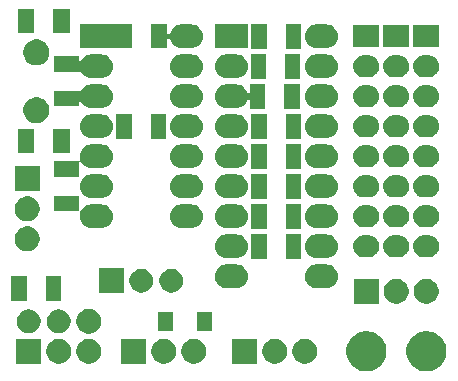
<source format=gbr>
G04 #@! TF.GenerationSoftware,KiCad,Pcbnew,(5.1.5)-3*
G04 #@! TF.CreationDate,2020-06-02T17:02:28+02:00*
G04 #@! TF.ProjectId,MutltiSwitch_Sw8,4d75746c-7469-4537-9769-7463685f5377,0.1*
G04 #@! TF.SameCoordinates,Original*
G04 #@! TF.FileFunction,Soldermask,Bot*
G04 #@! TF.FilePolarity,Negative*
%FSLAX46Y46*%
G04 Gerber Fmt 4.6, Leading zero omitted, Abs format (unit mm)*
G04 Created by KiCad (PCBNEW (5.1.5)-3) date 2020-06-02 17:02:28*
%MOMM*%
%LPD*%
G04 APERTURE LIST*
%ADD10C,0.100000*%
G04 APERTURE END LIST*
D10*
G36*
X169876654Y-116442665D02*
G01*
X170040872Y-116475330D01*
X170350252Y-116603479D01*
X170628687Y-116789523D01*
X170865477Y-117026313D01*
X171051521Y-117304748D01*
X171179670Y-117614128D01*
X171245000Y-117942565D01*
X171245000Y-118277435D01*
X171179670Y-118605872D01*
X171051521Y-118915252D01*
X170865477Y-119193687D01*
X170628687Y-119430477D01*
X170350252Y-119616521D01*
X170040872Y-119744670D01*
X169876653Y-119777335D01*
X169712437Y-119810000D01*
X169377563Y-119810000D01*
X169213347Y-119777335D01*
X169049128Y-119744670D01*
X168739748Y-119616521D01*
X168461313Y-119430477D01*
X168224523Y-119193687D01*
X168038479Y-118915252D01*
X167910330Y-118605872D01*
X167845000Y-118277435D01*
X167845000Y-117942565D01*
X167910330Y-117614128D01*
X168038479Y-117304748D01*
X168224523Y-117026313D01*
X168461313Y-116789523D01*
X168739748Y-116603479D01*
X169049128Y-116475330D01*
X169213346Y-116442665D01*
X169377563Y-116410000D01*
X169712437Y-116410000D01*
X169876654Y-116442665D01*
G37*
G36*
X164796654Y-116442665D02*
G01*
X164960872Y-116475330D01*
X165270252Y-116603479D01*
X165548687Y-116789523D01*
X165785477Y-117026313D01*
X165971521Y-117304748D01*
X166099670Y-117614128D01*
X166165000Y-117942565D01*
X166165000Y-118277435D01*
X166099670Y-118605872D01*
X165971521Y-118915252D01*
X165785477Y-119193687D01*
X165548687Y-119430477D01*
X165270252Y-119616521D01*
X164960872Y-119744670D01*
X164796653Y-119777335D01*
X164632437Y-119810000D01*
X164297563Y-119810000D01*
X164133347Y-119777335D01*
X163969128Y-119744670D01*
X163659748Y-119616521D01*
X163381313Y-119430477D01*
X163144523Y-119193687D01*
X162958479Y-118915252D01*
X162830330Y-118605872D01*
X162765000Y-118277435D01*
X162765000Y-117942565D01*
X162830330Y-117614128D01*
X162958479Y-117304748D01*
X163144523Y-117026313D01*
X163381313Y-116789523D01*
X163659748Y-116603479D01*
X163969128Y-116475330D01*
X164133346Y-116442665D01*
X164297563Y-116410000D01*
X164632437Y-116410000D01*
X164796654Y-116442665D01*
G37*
G36*
X159386687Y-117065027D02*
G01*
X159564274Y-117100350D01*
X159755362Y-117179502D01*
X159927336Y-117294411D01*
X160073589Y-117440664D01*
X160188498Y-117612638D01*
X160267650Y-117803726D01*
X160308000Y-118006584D01*
X160308000Y-118213416D01*
X160267650Y-118416274D01*
X160188498Y-118607362D01*
X160073589Y-118779336D01*
X159927336Y-118925589D01*
X159755362Y-119040498D01*
X159564274Y-119119650D01*
X159386687Y-119154973D01*
X159361417Y-119160000D01*
X159154583Y-119160000D01*
X159129313Y-119154973D01*
X158951726Y-119119650D01*
X158760638Y-119040498D01*
X158588664Y-118925589D01*
X158442411Y-118779336D01*
X158327502Y-118607362D01*
X158248350Y-118416274D01*
X158208000Y-118213416D01*
X158208000Y-118006584D01*
X158248350Y-117803726D01*
X158327502Y-117612638D01*
X158442411Y-117440664D01*
X158588664Y-117294411D01*
X158760638Y-117179502D01*
X158951726Y-117100350D01*
X159129313Y-117065027D01*
X159154583Y-117060000D01*
X159361417Y-117060000D01*
X159386687Y-117065027D01*
G37*
G36*
X149988687Y-117065027D02*
G01*
X150166274Y-117100350D01*
X150357362Y-117179502D01*
X150529336Y-117294411D01*
X150675589Y-117440664D01*
X150790498Y-117612638D01*
X150869650Y-117803726D01*
X150910000Y-118006584D01*
X150910000Y-118213416D01*
X150869650Y-118416274D01*
X150790498Y-118607362D01*
X150675589Y-118779336D01*
X150529336Y-118925589D01*
X150357362Y-119040498D01*
X150166274Y-119119650D01*
X149988687Y-119154973D01*
X149963417Y-119160000D01*
X149756583Y-119160000D01*
X149731313Y-119154973D01*
X149553726Y-119119650D01*
X149362638Y-119040498D01*
X149190664Y-118925589D01*
X149044411Y-118779336D01*
X148929502Y-118607362D01*
X148850350Y-118416274D01*
X148810000Y-118213416D01*
X148810000Y-118006584D01*
X148850350Y-117803726D01*
X148929502Y-117612638D01*
X149044411Y-117440664D01*
X149190664Y-117294411D01*
X149362638Y-117179502D01*
X149553726Y-117100350D01*
X149731313Y-117065027D01*
X149756583Y-117060000D01*
X149963417Y-117060000D01*
X149988687Y-117065027D01*
G37*
G36*
X136940000Y-119160000D02*
G01*
X134840000Y-119160000D01*
X134840000Y-117060000D01*
X136940000Y-117060000D01*
X136940000Y-119160000D01*
G37*
G36*
X155228000Y-119160000D02*
G01*
X153128000Y-119160000D01*
X153128000Y-117060000D01*
X155228000Y-117060000D01*
X155228000Y-119160000D01*
G37*
G36*
X147448687Y-117065027D02*
G01*
X147626274Y-117100350D01*
X147817362Y-117179502D01*
X147989336Y-117294411D01*
X148135589Y-117440664D01*
X148250498Y-117612638D01*
X148329650Y-117803726D01*
X148370000Y-118006584D01*
X148370000Y-118213416D01*
X148329650Y-118416274D01*
X148250498Y-118607362D01*
X148135589Y-118779336D01*
X147989336Y-118925589D01*
X147817362Y-119040498D01*
X147626274Y-119119650D01*
X147448687Y-119154973D01*
X147423417Y-119160000D01*
X147216583Y-119160000D01*
X147191313Y-119154973D01*
X147013726Y-119119650D01*
X146822638Y-119040498D01*
X146650664Y-118925589D01*
X146504411Y-118779336D01*
X146389502Y-118607362D01*
X146310350Y-118416274D01*
X146270000Y-118213416D01*
X146270000Y-118006584D01*
X146310350Y-117803726D01*
X146389502Y-117612638D01*
X146504411Y-117440664D01*
X146650664Y-117294411D01*
X146822638Y-117179502D01*
X147013726Y-117100350D01*
X147191313Y-117065027D01*
X147216583Y-117060000D01*
X147423417Y-117060000D01*
X147448687Y-117065027D01*
G37*
G36*
X138558687Y-117065027D02*
G01*
X138736274Y-117100350D01*
X138927362Y-117179502D01*
X139099336Y-117294411D01*
X139245589Y-117440664D01*
X139360498Y-117612638D01*
X139439650Y-117803726D01*
X139480000Y-118006584D01*
X139480000Y-118213416D01*
X139439650Y-118416274D01*
X139360498Y-118607362D01*
X139245589Y-118779336D01*
X139099336Y-118925589D01*
X138927362Y-119040498D01*
X138736274Y-119119650D01*
X138558687Y-119154973D01*
X138533417Y-119160000D01*
X138326583Y-119160000D01*
X138301313Y-119154973D01*
X138123726Y-119119650D01*
X137932638Y-119040498D01*
X137760664Y-118925589D01*
X137614411Y-118779336D01*
X137499502Y-118607362D01*
X137420350Y-118416274D01*
X137380000Y-118213416D01*
X137380000Y-118006584D01*
X137420350Y-117803726D01*
X137499502Y-117612638D01*
X137614411Y-117440664D01*
X137760664Y-117294411D01*
X137932638Y-117179502D01*
X138123726Y-117100350D01*
X138301313Y-117065027D01*
X138326583Y-117060000D01*
X138533417Y-117060000D01*
X138558687Y-117065027D01*
G37*
G36*
X141098687Y-117065027D02*
G01*
X141276274Y-117100350D01*
X141467362Y-117179502D01*
X141639336Y-117294411D01*
X141785589Y-117440664D01*
X141900498Y-117612638D01*
X141979650Y-117803726D01*
X142020000Y-118006584D01*
X142020000Y-118213416D01*
X141979650Y-118416274D01*
X141900498Y-118607362D01*
X141785589Y-118779336D01*
X141639336Y-118925589D01*
X141467362Y-119040498D01*
X141276274Y-119119650D01*
X141098687Y-119154973D01*
X141073417Y-119160000D01*
X140866583Y-119160000D01*
X140841313Y-119154973D01*
X140663726Y-119119650D01*
X140472638Y-119040498D01*
X140300664Y-118925589D01*
X140154411Y-118779336D01*
X140039502Y-118607362D01*
X139960350Y-118416274D01*
X139920000Y-118213416D01*
X139920000Y-118006584D01*
X139960350Y-117803726D01*
X140039502Y-117612638D01*
X140154411Y-117440664D01*
X140300664Y-117294411D01*
X140472638Y-117179502D01*
X140663726Y-117100350D01*
X140841313Y-117065027D01*
X140866583Y-117060000D01*
X141073417Y-117060000D01*
X141098687Y-117065027D01*
G37*
G36*
X156846687Y-117065027D02*
G01*
X157024274Y-117100350D01*
X157215362Y-117179502D01*
X157387336Y-117294411D01*
X157533589Y-117440664D01*
X157648498Y-117612638D01*
X157727650Y-117803726D01*
X157768000Y-118006584D01*
X157768000Y-118213416D01*
X157727650Y-118416274D01*
X157648498Y-118607362D01*
X157533589Y-118779336D01*
X157387336Y-118925589D01*
X157215362Y-119040498D01*
X157024274Y-119119650D01*
X156846687Y-119154973D01*
X156821417Y-119160000D01*
X156614583Y-119160000D01*
X156589313Y-119154973D01*
X156411726Y-119119650D01*
X156220638Y-119040498D01*
X156048664Y-118925589D01*
X155902411Y-118779336D01*
X155787502Y-118607362D01*
X155708350Y-118416274D01*
X155668000Y-118213416D01*
X155668000Y-118006584D01*
X155708350Y-117803726D01*
X155787502Y-117612638D01*
X155902411Y-117440664D01*
X156048664Y-117294411D01*
X156220638Y-117179502D01*
X156411726Y-117100350D01*
X156589313Y-117065027D01*
X156614583Y-117060000D01*
X156821417Y-117060000D01*
X156846687Y-117065027D01*
G37*
G36*
X145830000Y-119160000D02*
G01*
X143730000Y-119160000D01*
X143730000Y-117060000D01*
X145830000Y-117060000D01*
X145830000Y-119160000D01*
G37*
G36*
X141098687Y-114525027D02*
G01*
X141276274Y-114560350D01*
X141467362Y-114639502D01*
X141639336Y-114754411D01*
X141785589Y-114900664D01*
X141900498Y-115072638D01*
X141979650Y-115263726D01*
X142020000Y-115466584D01*
X142020000Y-115673416D01*
X141979650Y-115876274D01*
X141900498Y-116067362D01*
X141785589Y-116239336D01*
X141639336Y-116385589D01*
X141467362Y-116500498D01*
X141276274Y-116579650D01*
X141098687Y-116614973D01*
X141073417Y-116620000D01*
X140866583Y-116620000D01*
X140841313Y-116614973D01*
X140663726Y-116579650D01*
X140472638Y-116500498D01*
X140300664Y-116385589D01*
X140154411Y-116239336D01*
X140039502Y-116067362D01*
X139960350Y-115876274D01*
X139920000Y-115673416D01*
X139920000Y-115466584D01*
X139960350Y-115263726D01*
X140039502Y-115072638D01*
X140154411Y-114900664D01*
X140300664Y-114754411D01*
X140472638Y-114639502D01*
X140663726Y-114560350D01*
X140841313Y-114525027D01*
X140866583Y-114520000D01*
X141073417Y-114520000D01*
X141098687Y-114525027D01*
G37*
G36*
X138657290Y-114595619D02*
G01*
X138721689Y-114608429D01*
X138903678Y-114683811D01*
X139067463Y-114793249D01*
X139206751Y-114932537D01*
X139316189Y-115096322D01*
X139391571Y-115278311D01*
X139391571Y-115278312D01*
X139430000Y-115471507D01*
X139430000Y-115668493D01*
X139404381Y-115797290D01*
X139391571Y-115861689D01*
X139316189Y-116043678D01*
X139206751Y-116207463D01*
X139067463Y-116346751D01*
X138903678Y-116456189D01*
X138721689Y-116531571D01*
X138657290Y-116544381D01*
X138528493Y-116570000D01*
X138331507Y-116570000D01*
X138202710Y-116544381D01*
X138138311Y-116531571D01*
X137956322Y-116456189D01*
X137792537Y-116346751D01*
X137653249Y-116207463D01*
X137543811Y-116043678D01*
X137468429Y-115861689D01*
X137455619Y-115797290D01*
X137430000Y-115668493D01*
X137430000Y-115471507D01*
X137468429Y-115278312D01*
X137468429Y-115278311D01*
X137543811Y-115096322D01*
X137653249Y-114932537D01*
X137792537Y-114793249D01*
X137956322Y-114683811D01*
X138138311Y-114608429D01*
X138202710Y-114595619D01*
X138331507Y-114570000D01*
X138528493Y-114570000D01*
X138657290Y-114595619D01*
G37*
G36*
X136117290Y-114595619D02*
G01*
X136181689Y-114608429D01*
X136363678Y-114683811D01*
X136527463Y-114793249D01*
X136666751Y-114932537D01*
X136776189Y-115096322D01*
X136851571Y-115278311D01*
X136851571Y-115278312D01*
X136890000Y-115471507D01*
X136890000Y-115668493D01*
X136864381Y-115797290D01*
X136851571Y-115861689D01*
X136776189Y-116043678D01*
X136666751Y-116207463D01*
X136527463Y-116346751D01*
X136363678Y-116456189D01*
X136181689Y-116531571D01*
X136117290Y-116544381D01*
X135988493Y-116570000D01*
X135791507Y-116570000D01*
X135662710Y-116544381D01*
X135598311Y-116531571D01*
X135416322Y-116456189D01*
X135252537Y-116346751D01*
X135113249Y-116207463D01*
X135003811Y-116043678D01*
X134928429Y-115861689D01*
X134915619Y-115797290D01*
X134890000Y-115668493D01*
X134890000Y-115471507D01*
X134928429Y-115278312D01*
X134928429Y-115278311D01*
X135003811Y-115096322D01*
X135113249Y-114932537D01*
X135252537Y-114793249D01*
X135416322Y-114683811D01*
X135598311Y-114608429D01*
X135662710Y-114595619D01*
X135791507Y-114570000D01*
X135988493Y-114570000D01*
X136117290Y-114595619D01*
G37*
G36*
X151398000Y-116370000D02*
G01*
X150098000Y-116370000D01*
X150098000Y-114770000D01*
X151398000Y-114770000D01*
X151398000Y-116370000D01*
G37*
G36*
X148098000Y-116370000D02*
G01*
X146798000Y-116370000D01*
X146798000Y-114770000D01*
X148098000Y-114770000D01*
X148098000Y-116370000D01*
G37*
G36*
X167133687Y-111985027D02*
G01*
X167311274Y-112020350D01*
X167502362Y-112099502D01*
X167674336Y-112214411D01*
X167820589Y-112360664D01*
X167935498Y-112532638D01*
X168014650Y-112723726D01*
X168049973Y-112901313D01*
X168055000Y-112926583D01*
X168055000Y-113133417D01*
X168049973Y-113158687D01*
X168014650Y-113336274D01*
X167935498Y-113527362D01*
X167820589Y-113699336D01*
X167674336Y-113845589D01*
X167502362Y-113960498D01*
X167311274Y-114039650D01*
X167133687Y-114074973D01*
X167108417Y-114080000D01*
X166901583Y-114080000D01*
X166876313Y-114074973D01*
X166698726Y-114039650D01*
X166507638Y-113960498D01*
X166335664Y-113845589D01*
X166189411Y-113699336D01*
X166074502Y-113527362D01*
X165995350Y-113336274D01*
X165960027Y-113158687D01*
X165955000Y-113133417D01*
X165955000Y-112926583D01*
X165960027Y-112901313D01*
X165995350Y-112723726D01*
X166074502Y-112532638D01*
X166189411Y-112360664D01*
X166335664Y-112214411D01*
X166507638Y-112099502D01*
X166698726Y-112020350D01*
X166876313Y-111985027D01*
X166901583Y-111980000D01*
X167108417Y-111980000D01*
X167133687Y-111985027D01*
G37*
G36*
X169673687Y-111985027D02*
G01*
X169851274Y-112020350D01*
X170042362Y-112099502D01*
X170214336Y-112214411D01*
X170360589Y-112360664D01*
X170475498Y-112532638D01*
X170554650Y-112723726D01*
X170589973Y-112901313D01*
X170595000Y-112926583D01*
X170595000Y-113133417D01*
X170589973Y-113158687D01*
X170554650Y-113336274D01*
X170475498Y-113527362D01*
X170360589Y-113699336D01*
X170214336Y-113845589D01*
X170042362Y-113960498D01*
X169851274Y-114039650D01*
X169673687Y-114074973D01*
X169648417Y-114080000D01*
X169441583Y-114080000D01*
X169416313Y-114074973D01*
X169238726Y-114039650D01*
X169047638Y-113960498D01*
X168875664Y-113845589D01*
X168729411Y-113699336D01*
X168614502Y-113527362D01*
X168535350Y-113336274D01*
X168500027Y-113158687D01*
X168495000Y-113133417D01*
X168495000Y-112926583D01*
X168500027Y-112901313D01*
X168535350Y-112723726D01*
X168614502Y-112532638D01*
X168729411Y-112360664D01*
X168875664Y-112214411D01*
X169047638Y-112099502D01*
X169238726Y-112020350D01*
X169416313Y-111985027D01*
X169441583Y-111980000D01*
X169648417Y-111980000D01*
X169673687Y-111985027D01*
G37*
G36*
X165515000Y-114080000D02*
G01*
X163415000Y-114080000D01*
X163415000Y-111980000D01*
X165515000Y-111980000D01*
X165515000Y-114080000D01*
G37*
G36*
X138625000Y-113826000D02*
G01*
X137325000Y-113826000D01*
X137325000Y-111726000D01*
X138625000Y-111726000D01*
X138625000Y-113826000D01*
G37*
G36*
X135725000Y-113826000D02*
G01*
X134425000Y-113826000D01*
X134425000Y-111726000D01*
X135725000Y-111726000D01*
X135725000Y-113826000D01*
G37*
G36*
X143925000Y-113191000D02*
G01*
X141825000Y-113191000D01*
X141825000Y-111091000D01*
X143925000Y-111091000D01*
X143925000Y-113191000D01*
G37*
G36*
X145642290Y-111166619D02*
G01*
X145706689Y-111179429D01*
X145888678Y-111254811D01*
X146052463Y-111364249D01*
X146191751Y-111503537D01*
X146301189Y-111667322D01*
X146339577Y-111760000D01*
X146376571Y-111849312D01*
X146415000Y-112042507D01*
X146415000Y-112239493D01*
X146390897Y-112360665D01*
X146376571Y-112432689D01*
X146301189Y-112614678D01*
X146191751Y-112778463D01*
X146052463Y-112917751D01*
X145888678Y-113027189D01*
X145706689Y-113102571D01*
X145642290Y-113115381D01*
X145513493Y-113141000D01*
X145316507Y-113141000D01*
X145187710Y-113115381D01*
X145123311Y-113102571D01*
X144941322Y-113027189D01*
X144777537Y-112917751D01*
X144638249Y-112778463D01*
X144528811Y-112614678D01*
X144453429Y-112432689D01*
X144439103Y-112360665D01*
X144415000Y-112239493D01*
X144415000Y-112042507D01*
X144453429Y-111849312D01*
X144490423Y-111760000D01*
X144528811Y-111667322D01*
X144638249Y-111503537D01*
X144777537Y-111364249D01*
X144941322Y-111254811D01*
X145123311Y-111179429D01*
X145187710Y-111166619D01*
X145316507Y-111141000D01*
X145513493Y-111141000D01*
X145642290Y-111166619D01*
G37*
G36*
X148182290Y-111166619D02*
G01*
X148246689Y-111179429D01*
X148428678Y-111254811D01*
X148592463Y-111364249D01*
X148731751Y-111503537D01*
X148841189Y-111667322D01*
X148879577Y-111760000D01*
X148916571Y-111849312D01*
X148955000Y-112042507D01*
X148955000Y-112239493D01*
X148930897Y-112360665D01*
X148916571Y-112432689D01*
X148841189Y-112614678D01*
X148731751Y-112778463D01*
X148592463Y-112917751D01*
X148428678Y-113027189D01*
X148246689Y-113102571D01*
X148182290Y-113115381D01*
X148053493Y-113141000D01*
X147856507Y-113141000D01*
X147727710Y-113115381D01*
X147663311Y-113102571D01*
X147481322Y-113027189D01*
X147317537Y-112917751D01*
X147178249Y-112778463D01*
X147068811Y-112614678D01*
X146993429Y-112432689D01*
X146979103Y-112360665D01*
X146955000Y-112239493D01*
X146955000Y-112042507D01*
X146993429Y-111849312D01*
X147030423Y-111760000D01*
X147068811Y-111667322D01*
X147178249Y-111503537D01*
X147317537Y-111364249D01*
X147481322Y-111254811D01*
X147663311Y-111179429D01*
X147727710Y-111166619D01*
X147856507Y-111141000D01*
X148053493Y-111141000D01*
X148182290Y-111166619D01*
G37*
G36*
X153631032Y-110774469D02*
G01*
X153725285Y-110803061D01*
X153819535Y-110831651D01*
X153819537Y-110831652D01*
X153993258Y-110924507D01*
X154145528Y-111049472D01*
X154270493Y-111201742D01*
X154363348Y-111375463D01*
X154420531Y-111563968D01*
X154439838Y-111760000D01*
X154420531Y-111956032D01*
X154420530Y-111956034D01*
X154377010Y-112099502D01*
X154363348Y-112144537D01*
X154270493Y-112318258D01*
X154145528Y-112470528D01*
X153993258Y-112595493D01*
X153819537Y-112688348D01*
X153819535Y-112688349D01*
X153725284Y-112716940D01*
X153631032Y-112745531D01*
X153484124Y-112760000D01*
X152585876Y-112760000D01*
X152438968Y-112745531D01*
X152344716Y-112716940D01*
X152250465Y-112688349D01*
X152250463Y-112688348D01*
X152076742Y-112595493D01*
X151924472Y-112470528D01*
X151799507Y-112318258D01*
X151706652Y-112144537D01*
X151692991Y-112099502D01*
X151649470Y-111956034D01*
X151649469Y-111956032D01*
X151630162Y-111760000D01*
X151649469Y-111563968D01*
X151706652Y-111375463D01*
X151799507Y-111201742D01*
X151924472Y-111049472D01*
X152076742Y-110924507D01*
X152250463Y-110831652D01*
X152250465Y-110831651D01*
X152344715Y-110803061D01*
X152438968Y-110774469D01*
X152585876Y-110760000D01*
X153484124Y-110760000D01*
X153631032Y-110774469D01*
G37*
G36*
X161251032Y-110774469D02*
G01*
X161345285Y-110803061D01*
X161439535Y-110831651D01*
X161439537Y-110831652D01*
X161613258Y-110924507D01*
X161765528Y-111049472D01*
X161890493Y-111201742D01*
X161983348Y-111375463D01*
X162040531Y-111563968D01*
X162059838Y-111760000D01*
X162040531Y-111956032D01*
X162040530Y-111956034D01*
X161997010Y-112099502D01*
X161983348Y-112144537D01*
X161890493Y-112318258D01*
X161765528Y-112470528D01*
X161613258Y-112595493D01*
X161439537Y-112688348D01*
X161439535Y-112688349D01*
X161345284Y-112716940D01*
X161251032Y-112745531D01*
X161104124Y-112760000D01*
X160205876Y-112760000D01*
X160058968Y-112745531D01*
X159964716Y-112716940D01*
X159870465Y-112688349D01*
X159870463Y-112688348D01*
X159696742Y-112595493D01*
X159544472Y-112470528D01*
X159419507Y-112318258D01*
X159326652Y-112144537D01*
X159312991Y-112099502D01*
X159269470Y-111956034D01*
X159269469Y-111956032D01*
X159250162Y-111760000D01*
X159269469Y-111563968D01*
X159326652Y-111375463D01*
X159419507Y-111201742D01*
X159544472Y-111049472D01*
X159696742Y-110924507D01*
X159870463Y-110831652D01*
X159870465Y-110831651D01*
X159964715Y-110803061D01*
X160058968Y-110774469D01*
X160205876Y-110760000D01*
X161104124Y-110760000D01*
X161251032Y-110774469D01*
G37*
G36*
X158945000Y-110270000D02*
G01*
X157645000Y-110270000D01*
X157645000Y-108170000D01*
X158945000Y-108170000D01*
X158945000Y-110270000D01*
G37*
G36*
X156045000Y-110270000D02*
G01*
X154745000Y-110270000D01*
X154745000Y-108170000D01*
X156045000Y-108170000D01*
X156045000Y-110270000D01*
G37*
G36*
X153631032Y-108234469D02*
G01*
X153725284Y-108263060D01*
X153819535Y-108291651D01*
X153819537Y-108291652D01*
X153993258Y-108384507D01*
X154145528Y-108509472D01*
X154270493Y-108661742D01*
X154363348Y-108835463D01*
X154420531Y-109023968D01*
X154439838Y-109220000D01*
X154420531Y-109416032D01*
X154420530Y-109416034D01*
X154366348Y-109594650D01*
X154363348Y-109604537D01*
X154270493Y-109778258D01*
X154145528Y-109930528D01*
X153993258Y-110055493D01*
X153819537Y-110148348D01*
X153819535Y-110148349D01*
X153748161Y-110170000D01*
X153631032Y-110205531D01*
X153484124Y-110220000D01*
X152585876Y-110220000D01*
X152438968Y-110205531D01*
X152321839Y-110170000D01*
X152250465Y-110148349D01*
X152250463Y-110148348D01*
X152076742Y-110055493D01*
X151924472Y-109930528D01*
X151799507Y-109778258D01*
X151706652Y-109604537D01*
X151703653Y-109594650D01*
X151649470Y-109416034D01*
X151649469Y-109416032D01*
X151630162Y-109220000D01*
X151649469Y-109023968D01*
X151706652Y-108835463D01*
X151799507Y-108661742D01*
X151924472Y-108509472D01*
X152076742Y-108384507D01*
X152250463Y-108291652D01*
X152250465Y-108291651D01*
X152344716Y-108263060D01*
X152438968Y-108234469D01*
X152585876Y-108220000D01*
X153484124Y-108220000D01*
X153631032Y-108234469D01*
G37*
G36*
X161251032Y-108234469D02*
G01*
X161345284Y-108263060D01*
X161439535Y-108291651D01*
X161439537Y-108291652D01*
X161613258Y-108384507D01*
X161765528Y-108509472D01*
X161890493Y-108661742D01*
X161983348Y-108835463D01*
X162040531Y-109023968D01*
X162059838Y-109220000D01*
X162040531Y-109416032D01*
X162040530Y-109416034D01*
X161986348Y-109594650D01*
X161983348Y-109604537D01*
X161890493Y-109778258D01*
X161765528Y-109930528D01*
X161613258Y-110055493D01*
X161439537Y-110148348D01*
X161439535Y-110148349D01*
X161368161Y-110170000D01*
X161251032Y-110205531D01*
X161104124Y-110220000D01*
X160205876Y-110220000D01*
X160058968Y-110205531D01*
X159941839Y-110170000D01*
X159870465Y-110148349D01*
X159870463Y-110148348D01*
X159696742Y-110055493D01*
X159544472Y-109930528D01*
X159419507Y-109778258D01*
X159326652Y-109604537D01*
X159323653Y-109594650D01*
X159269470Y-109416034D01*
X159269469Y-109416032D01*
X159250162Y-109220000D01*
X159269469Y-109023968D01*
X159326652Y-108835463D01*
X159419507Y-108661742D01*
X159544472Y-108509472D01*
X159696742Y-108384507D01*
X159870463Y-108291652D01*
X159870465Y-108291651D01*
X159964716Y-108263060D01*
X160058968Y-108234469D01*
X160205876Y-108220000D01*
X161104124Y-108220000D01*
X161251032Y-108234469D01*
G37*
G36*
X167271448Y-108276873D02*
G01*
X167341232Y-108283746D01*
X167430770Y-108310907D01*
X167520309Y-108338068D01*
X167607189Y-108384507D01*
X167685345Y-108426282D01*
X167685347Y-108426283D01*
X167685346Y-108426283D01*
X167830002Y-108544998D01*
X167948717Y-108689654D01*
X168036932Y-108854691D01*
X168048029Y-108891274D01*
X168091254Y-109033768D01*
X168109596Y-109220000D01*
X168091254Y-109406232D01*
X168064093Y-109495770D01*
X168036932Y-109585309D01*
X167948717Y-109750346D01*
X167830002Y-109895002D01*
X167698316Y-110003073D01*
X167685345Y-110013718D01*
X167608523Y-110054780D01*
X167520309Y-110101932D01*
X167430770Y-110129093D01*
X167341232Y-110156254D01*
X167201666Y-110170000D01*
X166808334Y-110170000D01*
X166668768Y-110156254D01*
X166579230Y-110129093D01*
X166489691Y-110101932D01*
X166401477Y-110054780D01*
X166324655Y-110013718D01*
X166311684Y-110003073D01*
X166179998Y-109895002D01*
X166061283Y-109750346D01*
X165973068Y-109585309D01*
X165945907Y-109495770D01*
X165918746Y-109406232D01*
X165900404Y-109220000D01*
X165918746Y-109033768D01*
X165961971Y-108891274D01*
X165973068Y-108854691D01*
X166061283Y-108689654D01*
X166179998Y-108544998D01*
X166324654Y-108426283D01*
X166324653Y-108426283D01*
X166324655Y-108426282D01*
X166402811Y-108384507D01*
X166489691Y-108338068D01*
X166579230Y-108310907D01*
X166668768Y-108283746D01*
X166738552Y-108276873D01*
X166808334Y-108270000D01*
X167201666Y-108270000D01*
X167271448Y-108276873D01*
G37*
G36*
X164731448Y-108276873D02*
G01*
X164801232Y-108283746D01*
X164890770Y-108310907D01*
X164980309Y-108338068D01*
X165067189Y-108384507D01*
X165145345Y-108426282D01*
X165145347Y-108426283D01*
X165145346Y-108426283D01*
X165290002Y-108544998D01*
X165408717Y-108689654D01*
X165496932Y-108854691D01*
X165508029Y-108891274D01*
X165551254Y-109033768D01*
X165569596Y-109220000D01*
X165551254Y-109406232D01*
X165524093Y-109495770D01*
X165496932Y-109585309D01*
X165408717Y-109750346D01*
X165290002Y-109895002D01*
X165158316Y-110003073D01*
X165145345Y-110013718D01*
X165068523Y-110054780D01*
X164980309Y-110101932D01*
X164890770Y-110129093D01*
X164801232Y-110156254D01*
X164661666Y-110170000D01*
X164268334Y-110170000D01*
X164128768Y-110156254D01*
X164039230Y-110129093D01*
X163949691Y-110101932D01*
X163861477Y-110054780D01*
X163784655Y-110013718D01*
X163771684Y-110003073D01*
X163639998Y-109895002D01*
X163521283Y-109750346D01*
X163433068Y-109585309D01*
X163405907Y-109495770D01*
X163378746Y-109406232D01*
X163360404Y-109220000D01*
X163378746Y-109033768D01*
X163421971Y-108891274D01*
X163433068Y-108854691D01*
X163521283Y-108689654D01*
X163639998Y-108544998D01*
X163784654Y-108426283D01*
X163784653Y-108426283D01*
X163784655Y-108426282D01*
X163862811Y-108384507D01*
X163949691Y-108338068D01*
X164039230Y-108310907D01*
X164128768Y-108283746D01*
X164198552Y-108276873D01*
X164268334Y-108270000D01*
X164661666Y-108270000D01*
X164731448Y-108276873D01*
G37*
G36*
X169811448Y-108276873D02*
G01*
X169881232Y-108283746D01*
X169970770Y-108310907D01*
X170060309Y-108338068D01*
X170147189Y-108384507D01*
X170225345Y-108426282D01*
X170225347Y-108426283D01*
X170225346Y-108426283D01*
X170370002Y-108544998D01*
X170488717Y-108689654D01*
X170576932Y-108854691D01*
X170588029Y-108891274D01*
X170631254Y-109033768D01*
X170649596Y-109220000D01*
X170631254Y-109406232D01*
X170604093Y-109495770D01*
X170576932Y-109585309D01*
X170488717Y-109750346D01*
X170370002Y-109895002D01*
X170238316Y-110003073D01*
X170225345Y-110013718D01*
X170148523Y-110054780D01*
X170060309Y-110101932D01*
X169970770Y-110129093D01*
X169881232Y-110156254D01*
X169741666Y-110170000D01*
X169348334Y-110170000D01*
X169208768Y-110156254D01*
X169119230Y-110129093D01*
X169029691Y-110101932D01*
X168941477Y-110054780D01*
X168864655Y-110013718D01*
X168851684Y-110003073D01*
X168719998Y-109895002D01*
X168601283Y-109750346D01*
X168513068Y-109585309D01*
X168485907Y-109495770D01*
X168458746Y-109406232D01*
X168440404Y-109220000D01*
X168458746Y-109033768D01*
X168501971Y-108891274D01*
X168513068Y-108854691D01*
X168601283Y-108689654D01*
X168719998Y-108544998D01*
X168864654Y-108426283D01*
X168864653Y-108426283D01*
X168864655Y-108426282D01*
X168942811Y-108384507D01*
X169029691Y-108338068D01*
X169119230Y-108310907D01*
X169208768Y-108283746D01*
X169278552Y-108276873D01*
X169348334Y-108270000D01*
X169741666Y-108270000D01*
X169811448Y-108276873D01*
G37*
G36*
X135891687Y-107540027D02*
G01*
X136069274Y-107575350D01*
X136260362Y-107654502D01*
X136432336Y-107769411D01*
X136578589Y-107915664D01*
X136693498Y-108087638D01*
X136772650Y-108278726D01*
X136813000Y-108481584D01*
X136813000Y-108688416D01*
X136772650Y-108891274D01*
X136693498Y-109082362D01*
X136578589Y-109254336D01*
X136432336Y-109400589D01*
X136260362Y-109515498D01*
X136069274Y-109594650D01*
X135891687Y-109629973D01*
X135866417Y-109635000D01*
X135659583Y-109635000D01*
X135634313Y-109629973D01*
X135456726Y-109594650D01*
X135265638Y-109515498D01*
X135093664Y-109400589D01*
X134947411Y-109254336D01*
X134832502Y-109082362D01*
X134753350Y-108891274D01*
X134713000Y-108688416D01*
X134713000Y-108481584D01*
X134753350Y-108278726D01*
X134832502Y-108087638D01*
X134947411Y-107915664D01*
X135093664Y-107769411D01*
X135265638Y-107654502D01*
X135456726Y-107575350D01*
X135634313Y-107540027D01*
X135659583Y-107535000D01*
X135866417Y-107535000D01*
X135891687Y-107540027D01*
G37*
G36*
X158945000Y-107730000D02*
G01*
X157645000Y-107730000D01*
X157645000Y-105630000D01*
X158945000Y-105630000D01*
X158945000Y-107730000D01*
G37*
G36*
X156045000Y-107730000D02*
G01*
X154745000Y-107730000D01*
X154745000Y-105630000D01*
X156045000Y-105630000D01*
X156045000Y-107730000D01*
G37*
G36*
X149821032Y-105694469D02*
G01*
X149915284Y-105723060D01*
X150009535Y-105751651D01*
X150009537Y-105751652D01*
X150183258Y-105844507D01*
X150335528Y-105969472D01*
X150460493Y-106121742D01*
X150553348Y-106295463D01*
X150610531Y-106483968D01*
X150629838Y-106680000D01*
X150610531Y-106876032D01*
X150610530Y-106876034D01*
X150556348Y-107054650D01*
X150553348Y-107064537D01*
X150460493Y-107238258D01*
X150335528Y-107390528D01*
X150183258Y-107515493D01*
X150009537Y-107608348D01*
X150009535Y-107608349D01*
X149938161Y-107630000D01*
X149821032Y-107665531D01*
X149674124Y-107680000D01*
X148775876Y-107680000D01*
X148628968Y-107665531D01*
X148511839Y-107630000D01*
X148440465Y-107608349D01*
X148440463Y-107608348D01*
X148266742Y-107515493D01*
X148114472Y-107390528D01*
X147989507Y-107238258D01*
X147896652Y-107064537D01*
X147893653Y-107054650D01*
X147839470Y-106876034D01*
X147839469Y-106876032D01*
X147820162Y-106680000D01*
X147839469Y-106483968D01*
X147896652Y-106295463D01*
X147989507Y-106121742D01*
X148114472Y-105969472D01*
X148266742Y-105844507D01*
X148440463Y-105751652D01*
X148440465Y-105751651D01*
X148534716Y-105723060D01*
X148628968Y-105694469D01*
X148775876Y-105680000D01*
X149674124Y-105680000D01*
X149821032Y-105694469D01*
G37*
G36*
X140115000Y-106098868D02*
G01*
X140117402Y-106123254D01*
X140124515Y-106146703D01*
X140136066Y-106168314D01*
X140151611Y-106187256D01*
X140170553Y-106202801D01*
X140192164Y-106214352D01*
X140215613Y-106221465D01*
X140239999Y-106223867D01*
X140264385Y-106221465D01*
X140287834Y-106214352D01*
X140309445Y-106202801D01*
X140328387Y-106187256D01*
X140350238Y-106157792D01*
X140369507Y-106121743D01*
X140494472Y-105969472D01*
X140646742Y-105844507D01*
X140820463Y-105751652D01*
X140820465Y-105751651D01*
X140914716Y-105723060D01*
X141008968Y-105694469D01*
X141155876Y-105680000D01*
X142054124Y-105680000D01*
X142201032Y-105694469D01*
X142295284Y-105723060D01*
X142389535Y-105751651D01*
X142389537Y-105751652D01*
X142563258Y-105844507D01*
X142715528Y-105969472D01*
X142840493Y-106121742D01*
X142933348Y-106295463D01*
X142990531Y-106483968D01*
X143009838Y-106680000D01*
X142990531Y-106876032D01*
X142990530Y-106876034D01*
X142936348Y-107054650D01*
X142933348Y-107064537D01*
X142840493Y-107238258D01*
X142715528Y-107390528D01*
X142563258Y-107515493D01*
X142389537Y-107608348D01*
X142389535Y-107608349D01*
X142318161Y-107630000D01*
X142201032Y-107665531D01*
X142054124Y-107680000D01*
X141155876Y-107680000D01*
X141008968Y-107665531D01*
X140891839Y-107630000D01*
X140820465Y-107608349D01*
X140820463Y-107608348D01*
X140646742Y-107515493D01*
X140494472Y-107390528D01*
X140369507Y-107238258D01*
X140276652Y-107064537D01*
X140273653Y-107054650D01*
X140219470Y-106876034D01*
X140219469Y-106876032D01*
X140200162Y-106680000D01*
X140219469Y-106483968D01*
X140244551Y-106401284D01*
X140249331Y-106377251D01*
X140249331Y-106352747D01*
X140244551Y-106328714D01*
X140235173Y-106306075D01*
X140221560Y-106285700D01*
X140204232Y-106268373D01*
X140183858Y-106254760D01*
X140161219Y-106245382D01*
X140124934Y-106240000D01*
X138015000Y-106240000D01*
X138015000Y-104940000D01*
X140115000Y-104940000D01*
X140115000Y-106098868D01*
G37*
G36*
X161251032Y-105694469D02*
G01*
X161345284Y-105723060D01*
X161439535Y-105751651D01*
X161439537Y-105751652D01*
X161613258Y-105844507D01*
X161765528Y-105969472D01*
X161890493Y-106121742D01*
X161983348Y-106295463D01*
X162040531Y-106483968D01*
X162059838Y-106680000D01*
X162040531Y-106876032D01*
X162040530Y-106876034D01*
X161986348Y-107054650D01*
X161983348Y-107064537D01*
X161890493Y-107238258D01*
X161765528Y-107390528D01*
X161613258Y-107515493D01*
X161439537Y-107608348D01*
X161439535Y-107608349D01*
X161368161Y-107630000D01*
X161251032Y-107665531D01*
X161104124Y-107680000D01*
X160205876Y-107680000D01*
X160058968Y-107665531D01*
X159941839Y-107630000D01*
X159870465Y-107608349D01*
X159870463Y-107608348D01*
X159696742Y-107515493D01*
X159544472Y-107390528D01*
X159419507Y-107238258D01*
X159326652Y-107064537D01*
X159323653Y-107054650D01*
X159269470Y-106876034D01*
X159269469Y-106876032D01*
X159250162Y-106680000D01*
X159269469Y-106483968D01*
X159326652Y-106295463D01*
X159419507Y-106121742D01*
X159544472Y-105969472D01*
X159696742Y-105844507D01*
X159870463Y-105751652D01*
X159870465Y-105751651D01*
X159964716Y-105723060D01*
X160058968Y-105694469D01*
X160205876Y-105680000D01*
X161104124Y-105680000D01*
X161251032Y-105694469D01*
G37*
G36*
X153631032Y-105694469D02*
G01*
X153725284Y-105723060D01*
X153819535Y-105751651D01*
X153819537Y-105751652D01*
X153993258Y-105844507D01*
X154145528Y-105969472D01*
X154270493Y-106121742D01*
X154363348Y-106295463D01*
X154420531Y-106483968D01*
X154439838Y-106680000D01*
X154420531Y-106876032D01*
X154420530Y-106876034D01*
X154366348Y-107054650D01*
X154363348Y-107064537D01*
X154270493Y-107238258D01*
X154145528Y-107390528D01*
X153993258Y-107515493D01*
X153819537Y-107608348D01*
X153819535Y-107608349D01*
X153748161Y-107630000D01*
X153631032Y-107665531D01*
X153484124Y-107680000D01*
X152585876Y-107680000D01*
X152438968Y-107665531D01*
X152321839Y-107630000D01*
X152250465Y-107608349D01*
X152250463Y-107608348D01*
X152076742Y-107515493D01*
X151924472Y-107390528D01*
X151799507Y-107238258D01*
X151706652Y-107064537D01*
X151703653Y-107054650D01*
X151649470Y-106876034D01*
X151649469Y-106876032D01*
X151630162Y-106680000D01*
X151649469Y-106483968D01*
X151706652Y-106295463D01*
X151799507Y-106121742D01*
X151924472Y-105969472D01*
X152076742Y-105844507D01*
X152250463Y-105751652D01*
X152250465Y-105751651D01*
X152344716Y-105723060D01*
X152438968Y-105694469D01*
X152585876Y-105680000D01*
X153484124Y-105680000D01*
X153631032Y-105694469D01*
G37*
G36*
X164801232Y-105743746D02*
G01*
X164890770Y-105770907D01*
X164980309Y-105798068D01*
X165067189Y-105844507D01*
X165145345Y-105886282D01*
X165145347Y-105886283D01*
X165145346Y-105886283D01*
X165290002Y-106004998D01*
X165408717Y-106149654D01*
X165496932Y-106314691D01*
X165508029Y-106351274D01*
X165551254Y-106493768D01*
X165569596Y-106680000D01*
X165551254Y-106866232D01*
X165524093Y-106955770D01*
X165496932Y-107045309D01*
X165408717Y-107210346D01*
X165290002Y-107355002D01*
X165158315Y-107463073D01*
X165145345Y-107473718D01*
X165068523Y-107514780D01*
X164980309Y-107561932D01*
X164890770Y-107589093D01*
X164801232Y-107616254D01*
X164661666Y-107630000D01*
X164268334Y-107630000D01*
X164128768Y-107616254D01*
X164039230Y-107589093D01*
X163949691Y-107561932D01*
X163861477Y-107514780D01*
X163784655Y-107473718D01*
X163771685Y-107463073D01*
X163639998Y-107355002D01*
X163521283Y-107210346D01*
X163433068Y-107045309D01*
X163405907Y-106955770D01*
X163378746Y-106866232D01*
X163360404Y-106680000D01*
X163378746Y-106493768D01*
X163421971Y-106351274D01*
X163433068Y-106314691D01*
X163521283Y-106149654D01*
X163639998Y-106004998D01*
X163784654Y-105886283D01*
X163784653Y-105886283D01*
X163784655Y-105886282D01*
X163862811Y-105844507D01*
X163949691Y-105798068D01*
X164039230Y-105770907D01*
X164128768Y-105743746D01*
X164198552Y-105736873D01*
X164268334Y-105730000D01*
X164661666Y-105730000D01*
X164801232Y-105743746D01*
G37*
G36*
X167341232Y-105743746D02*
G01*
X167430770Y-105770907D01*
X167520309Y-105798068D01*
X167607189Y-105844507D01*
X167685345Y-105886282D01*
X167685347Y-105886283D01*
X167685346Y-105886283D01*
X167830002Y-106004998D01*
X167948717Y-106149654D01*
X168036932Y-106314691D01*
X168048029Y-106351274D01*
X168091254Y-106493768D01*
X168109596Y-106680000D01*
X168091254Y-106866232D01*
X168064093Y-106955770D01*
X168036932Y-107045309D01*
X167948717Y-107210346D01*
X167830002Y-107355002D01*
X167698315Y-107463073D01*
X167685345Y-107473718D01*
X167608523Y-107514780D01*
X167520309Y-107561932D01*
X167430770Y-107589093D01*
X167341232Y-107616254D01*
X167201666Y-107630000D01*
X166808334Y-107630000D01*
X166668768Y-107616254D01*
X166579230Y-107589093D01*
X166489691Y-107561932D01*
X166401477Y-107514780D01*
X166324655Y-107473718D01*
X166311685Y-107463073D01*
X166179998Y-107355002D01*
X166061283Y-107210346D01*
X165973068Y-107045309D01*
X165945907Y-106955770D01*
X165918746Y-106866232D01*
X165900404Y-106680000D01*
X165918746Y-106493768D01*
X165961971Y-106351274D01*
X165973068Y-106314691D01*
X166061283Y-106149654D01*
X166179998Y-106004998D01*
X166324654Y-105886283D01*
X166324653Y-105886283D01*
X166324655Y-105886282D01*
X166402811Y-105844507D01*
X166489691Y-105798068D01*
X166579230Y-105770907D01*
X166668768Y-105743746D01*
X166738552Y-105736873D01*
X166808334Y-105730000D01*
X167201666Y-105730000D01*
X167341232Y-105743746D01*
G37*
G36*
X169881232Y-105743746D02*
G01*
X169970770Y-105770907D01*
X170060309Y-105798068D01*
X170147189Y-105844507D01*
X170225345Y-105886282D01*
X170225347Y-105886283D01*
X170225346Y-105886283D01*
X170370002Y-106004998D01*
X170488717Y-106149654D01*
X170576932Y-106314691D01*
X170588029Y-106351274D01*
X170631254Y-106493768D01*
X170649596Y-106680000D01*
X170631254Y-106866232D01*
X170604093Y-106955770D01*
X170576932Y-107045309D01*
X170488717Y-107210346D01*
X170370002Y-107355002D01*
X170238315Y-107463073D01*
X170225345Y-107473718D01*
X170148523Y-107514780D01*
X170060309Y-107561932D01*
X169970770Y-107589093D01*
X169881232Y-107616254D01*
X169741666Y-107630000D01*
X169348334Y-107630000D01*
X169208768Y-107616254D01*
X169119230Y-107589093D01*
X169029691Y-107561932D01*
X168941477Y-107514780D01*
X168864655Y-107473718D01*
X168851685Y-107463073D01*
X168719998Y-107355002D01*
X168601283Y-107210346D01*
X168513068Y-107045309D01*
X168485907Y-106955770D01*
X168458746Y-106866232D01*
X168440404Y-106680000D01*
X168458746Y-106493768D01*
X168501971Y-106351274D01*
X168513068Y-106314691D01*
X168601283Y-106149654D01*
X168719998Y-106004998D01*
X168864654Y-105886283D01*
X168864653Y-105886283D01*
X168864655Y-105886282D01*
X168942811Y-105844507D01*
X169029691Y-105798068D01*
X169119230Y-105770907D01*
X169208768Y-105743746D01*
X169278552Y-105736873D01*
X169348334Y-105730000D01*
X169741666Y-105730000D01*
X169881232Y-105743746D01*
G37*
G36*
X135891687Y-105000027D02*
G01*
X136069274Y-105035350D01*
X136260362Y-105114502D01*
X136432336Y-105229411D01*
X136578589Y-105375664D01*
X136693498Y-105547638D01*
X136772650Y-105738726D01*
X136813000Y-105941584D01*
X136813000Y-106148416D01*
X136772650Y-106351274D01*
X136693498Y-106542362D01*
X136578589Y-106714336D01*
X136432336Y-106860589D01*
X136260362Y-106975498D01*
X136069274Y-107054650D01*
X135891687Y-107089973D01*
X135866417Y-107095000D01*
X135659583Y-107095000D01*
X135634313Y-107089973D01*
X135456726Y-107054650D01*
X135265638Y-106975498D01*
X135093664Y-106860589D01*
X134947411Y-106714336D01*
X134832502Y-106542362D01*
X134753350Y-106351274D01*
X134713000Y-106148416D01*
X134713000Y-105941584D01*
X134753350Y-105738726D01*
X134832502Y-105547638D01*
X134947411Y-105375664D01*
X135093664Y-105229411D01*
X135265638Y-105114502D01*
X135456726Y-105035350D01*
X135634313Y-105000027D01*
X135659583Y-104995000D01*
X135866417Y-104995000D01*
X135891687Y-105000027D01*
G37*
G36*
X156045000Y-105190000D02*
G01*
X154745000Y-105190000D01*
X154745000Y-103090000D01*
X156045000Y-103090000D01*
X156045000Y-105190000D01*
G37*
G36*
X158945000Y-105190000D02*
G01*
X157645000Y-105190000D01*
X157645000Y-103090000D01*
X158945000Y-103090000D01*
X158945000Y-105190000D01*
G37*
G36*
X149821032Y-103154469D02*
G01*
X149915285Y-103183061D01*
X150009535Y-103211651D01*
X150009537Y-103211652D01*
X150183258Y-103304507D01*
X150335528Y-103429472D01*
X150460493Y-103581742D01*
X150553348Y-103755463D01*
X150610531Y-103943968D01*
X150629838Y-104140000D01*
X150610531Y-104336032D01*
X150553348Y-104524537D01*
X150460493Y-104698258D01*
X150335528Y-104850528D01*
X150183258Y-104975493D01*
X150009537Y-105068348D01*
X150009535Y-105068349D01*
X149938161Y-105090000D01*
X149821032Y-105125531D01*
X149674124Y-105140000D01*
X148775876Y-105140000D01*
X148628968Y-105125531D01*
X148511839Y-105090000D01*
X148440465Y-105068349D01*
X148440463Y-105068348D01*
X148266742Y-104975493D01*
X148114472Y-104850528D01*
X147989507Y-104698258D01*
X147896652Y-104524537D01*
X147839469Y-104336032D01*
X147820162Y-104140000D01*
X147839469Y-103943968D01*
X147896652Y-103755463D01*
X147989507Y-103581742D01*
X148114472Y-103429472D01*
X148266742Y-103304507D01*
X148440463Y-103211652D01*
X148440465Y-103211651D01*
X148534715Y-103183061D01*
X148628968Y-103154469D01*
X148775876Y-103140000D01*
X149674124Y-103140000D01*
X149821032Y-103154469D01*
G37*
G36*
X142201032Y-103154469D02*
G01*
X142295285Y-103183061D01*
X142389535Y-103211651D01*
X142389537Y-103211652D01*
X142563258Y-103304507D01*
X142715528Y-103429472D01*
X142840493Y-103581742D01*
X142933348Y-103755463D01*
X142990531Y-103943968D01*
X143009838Y-104140000D01*
X142990531Y-104336032D01*
X142933348Y-104524537D01*
X142840493Y-104698258D01*
X142715528Y-104850528D01*
X142563258Y-104975493D01*
X142389537Y-105068348D01*
X142389535Y-105068349D01*
X142318161Y-105090000D01*
X142201032Y-105125531D01*
X142054124Y-105140000D01*
X141155876Y-105140000D01*
X141008968Y-105125531D01*
X140891839Y-105090000D01*
X140820465Y-105068349D01*
X140820463Y-105068348D01*
X140646742Y-104975493D01*
X140494472Y-104850528D01*
X140369507Y-104698258D01*
X140276652Y-104524537D01*
X140219469Y-104336032D01*
X140200162Y-104140000D01*
X140219469Y-103943968D01*
X140276652Y-103755463D01*
X140369507Y-103581742D01*
X140494472Y-103429472D01*
X140646742Y-103304507D01*
X140820463Y-103211652D01*
X140820465Y-103211651D01*
X140914715Y-103183061D01*
X141008968Y-103154469D01*
X141155876Y-103140000D01*
X142054124Y-103140000D01*
X142201032Y-103154469D01*
G37*
G36*
X161251032Y-103154469D02*
G01*
X161345285Y-103183061D01*
X161439535Y-103211651D01*
X161439537Y-103211652D01*
X161613258Y-103304507D01*
X161765528Y-103429472D01*
X161890493Y-103581742D01*
X161983348Y-103755463D01*
X162040531Y-103943968D01*
X162059838Y-104140000D01*
X162040531Y-104336032D01*
X161983348Y-104524537D01*
X161890493Y-104698258D01*
X161765528Y-104850528D01*
X161613258Y-104975493D01*
X161439537Y-105068348D01*
X161439535Y-105068349D01*
X161368161Y-105090000D01*
X161251032Y-105125531D01*
X161104124Y-105140000D01*
X160205876Y-105140000D01*
X160058968Y-105125531D01*
X159941839Y-105090000D01*
X159870465Y-105068349D01*
X159870463Y-105068348D01*
X159696742Y-104975493D01*
X159544472Y-104850528D01*
X159419507Y-104698258D01*
X159326652Y-104524537D01*
X159269469Y-104336032D01*
X159250162Y-104140000D01*
X159269469Y-103943968D01*
X159326652Y-103755463D01*
X159419507Y-103581742D01*
X159544472Y-103429472D01*
X159696742Y-103304507D01*
X159870463Y-103211652D01*
X159870465Y-103211651D01*
X159964715Y-103183061D01*
X160058968Y-103154469D01*
X160205876Y-103140000D01*
X161104124Y-103140000D01*
X161251032Y-103154469D01*
G37*
G36*
X153631032Y-103154469D02*
G01*
X153725285Y-103183061D01*
X153819535Y-103211651D01*
X153819537Y-103211652D01*
X153993258Y-103304507D01*
X154145528Y-103429472D01*
X154270493Y-103581742D01*
X154363348Y-103755463D01*
X154420531Y-103943968D01*
X154439838Y-104140000D01*
X154420531Y-104336032D01*
X154363348Y-104524537D01*
X154270493Y-104698258D01*
X154145528Y-104850528D01*
X153993258Y-104975493D01*
X153819537Y-105068348D01*
X153819535Y-105068349D01*
X153748161Y-105090000D01*
X153631032Y-105125531D01*
X153484124Y-105140000D01*
X152585876Y-105140000D01*
X152438968Y-105125531D01*
X152321839Y-105090000D01*
X152250465Y-105068349D01*
X152250463Y-105068348D01*
X152076742Y-104975493D01*
X151924472Y-104850528D01*
X151799507Y-104698258D01*
X151706652Y-104524537D01*
X151649469Y-104336032D01*
X151630162Y-104140000D01*
X151649469Y-103943968D01*
X151706652Y-103755463D01*
X151799507Y-103581742D01*
X151924472Y-103429472D01*
X152076742Y-103304507D01*
X152250463Y-103211652D01*
X152250465Y-103211651D01*
X152344715Y-103183061D01*
X152438968Y-103154469D01*
X152585876Y-103140000D01*
X153484124Y-103140000D01*
X153631032Y-103154469D01*
G37*
G36*
X167271448Y-103196873D02*
G01*
X167341232Y-103203746D01*
X167430770Y-103230907D01*
X167520309Y-103258068D01*
X167607189Y-103304507D01*
X167685345Y-103346282D01*
X167685347Y-103346283D01*
X167685346Y-103346283D01*
X167830002Y-103464998D01*
X167948717Y-103609654D01*
X168036932Y-103774691D01*
X168036932Y-103774692D01*
X168091254Y-103953768D01*
X168109596Y-104140000D01*
X168091254Y-104326232D01*
X168064093Y-104415770D01*
X168036932Y-104505309D01*
X167948717Y-104670346D01*
X167830002Y-104815001D01*
X167786712Y-104850528D01*
X167685345Y-104933718D01*
X167608523Y-104974780D01*
X167520309Y-105021932D01*
X167430770Y-105049093D01*
X167341232Y-105076254D01*
X167271448Y-105083127D01*
X167201666Y-105090000D01*
X166808334Y-105090000D01*
X166738552Y-105083127D01*
X166668768Y-105076254D01*
X166579230Y-105049093D01*
X166489691Y-105021932D01*
X166401477Y-104974780D01*
X166324655Y-104933718D01*
X166223288Y-104850528D01*
X166179998Y-104815001D01*
X166061283Y-104670346D01*
X165973068Y-104505309D01*
X165945907Y-104415770D01*
X165918746Y-104326232D01*
X165900404Y-104140000D01*
X165918746Y-103953768D01*
X165973068Y-103774692D01*
X165973068Y-103774691D01*
X166061283Y-103609654D01*
X166179998Y-103464998D01*
X166324654Y-103346283D01*
X166324653Y-103346283D01*
X166324655Y-103346282D01*
X166402811Y-103304507D01*
X166489691Y-103258068D01*
X166579230Y-103230907D01*
X166668768Y-103203746D01*
X166738552Y-103196873D01*
X166808334Y-103190000D01*
X167201666Y-103190000D01*
X167271448Y-103196873D01*
G37*
G36*
X164731448Y-103196873D02*
G01*
X164801232Y-103203746D01*
X164890770Y-103230907D01*
X164980309Y-103258068D01*
X165067189Y-103304507D01*
X165145345Y-103346282D01*
X165145347Y-103346283D01*
X165145346Y-103346283D01*
X165290002Y-103464998D01*
X165408717Y-103609654D01*
X165496932Y-103774691D01*
X165496932Y-103774692D01*
X165551254Y-103953768D01*
X165569596Y-104140000D01*
X165551254Y-104326232D01*
X165524093Y-104415770D01*
X165496932Y-104505309D01*
X165408717Y-104670346D01*
X165290002Y-104815001D01*
X165246712Y-104850528D01*
X165145345Y-104933718D01*
X165068523Y-104974780D01*
X164980309Y-105021932D01*
X164890770Y-105049093D01*
X164801232Y-105076254D01*
X164731448Y-105083127D01*
X164661666Y-105090000D01*
X164268334Y-105090000D01*
X164198552Y-105083127D01*
X164128768Y-105076254D01*
X164039230Y-105049093D01*
X163949691Y-105021932D01*
X163861477Y-104974780D01*
X163784655Y-104933718D01*
X163683288Y-104850528D01*
X163639998Y-104815001D01*
X163521283Y-104670346D01*
X163433068Y-104505309D01*
X163405907Y-104415770D01*
X163378746Y-104326232D01*
X163360404Y-104140000D01*
X163378746Y-103953768D01*
X163433068Y-103774692D01*
X163433068Y-103774691D01*
X163521283Y-103609654D01*
X163639998Y-103464998D01*
X163784654Y-103346283D01*
X163784653Y-103346283D01*
X163784655Y-103346282D01*
X163862811Y-103304507D01*
X163949691Y-103258068D01*
X164039230Y-103230907D01*
X164128768Y-103203746D01*
X164198552Y-103196873D01*
X164268334Y-103190000D01*
X164661666Y-103190000D01*
X164731448Y-103196873D01*
G37*
G36*
X169811448Y-103196873D02*
G01*
X169881232Y-103203746D01*
X169970770Y-103230907D01*
X170060309Y-103258068D01*
X170147189Y-103304507D01*
X170225345Y-103346282D01*
X170225347Y-103346283D01*
X170225346Y-103346283D01*
X170370002Y-103464998D01*
X170488717Y-103609654D01*
X170576932Y-103774691D01*
X170576932Y-103774692D01*
X170631254Y-103953768D01*
X170649596Y-104140000D01*
X170631254Y-104326232D01*
X170604093Y-104415770D01*
X170576932Y-104505309D01*
X170488717Y-104670346D01*
X170370002Y-104815001D01*
X170326712Y-104850528D01*
X170225345Y-104933718D01*
X170148523Y-104974780D01*
X170060309Y-105021932D01*
X169970770Y-105049093D01*
X169881232Y-105076254D01*
X169811448Y-105083127D01*
X169741666Y-105090000D01*
X169348334Y-105090000D01*
X169278552Y-105083127D01*
X169208768Y-105076254D01*
X169119230Y-105049093D01*
X169029691Y-105021932D01*
X168941477Y-104974780D01*
X168864655Y-104933718D01*
X168763288Y-104850528D01*
X168719998Y-104815001D01*
X168601283Y-104670346D01*
X168513068Y-104505309D01*
X168485907Y-104415770D01*
X168458746Y-104326232D01*
X168440404Y-104140000D01*
X168458746Y-103953768D01*
X168513068Y-103774692D01*
X168513068Y-103774691D01*
X168601283Y-103609654D01*
X168719998Y-103464998D01*
X168864654Y-103346283D01*
X168864653Y-103346283D01*
X168864655Y-103346282D01*
X168942811Y-103304507D01*
X169029691Y-103258068D01*
X169119230Y-103230907D01*
X169208768Y-103203746D01*
X169278552Y-103196873D01*
X169348334Y-103190000D01*
X169741666Y-103190000D01*
X169811448Y-103196873D01*
G37*
G36*
X136813000Y-104555000D02*
G01*
X134713000Y-104555000D01*
X134713000Y-102455000D01*
X136813000Y-102455000D01*
X136813000Y-104555000D01*
G37*
G36*
X142201032Y-100614469D02*
G01*
X142295284Y-100643060D01*
X142389535Y-100671651D01*
X142389537Y-100671652D01*
X142563258Y-100764507D01*
X142715528Y-100889472D01*
X142840493Y-101041742D01*
X142933348Y-101215463D01*
X142990531Y-101403968D01*
X143009838Y-101600000D01*
X142990531Y-101796032D01*
X142990530Y-101796034D01*
X142933376Y-101984447D01*
X142933348Y-101984537D01*
X142840493Y-102158258D01*
X142715528Y-102310528D01*
X142563258Y-102435493D01*
X142389537Y-102528348D01*
X142389535Y-102528349D01*
X142318161Y-102550000D01*
X142201032Y-102585531D01*
X142054124Y-102600000D01*
X141155876Y-102600000D01*
X141008968Y-102585531D01*
X140891839Y-102550000D01*
X140820465Y-102528349D01*
X140820463Y-102528348D01*
X140646742Y-102435493D01*
X140494472Y-102310528D01*
X140369507Y-102158257D01*
X140350238Y-102122208D01*
X140336624Y-102101833D01*
X140319297Y-102084506D01*
X140298923Y-102070893D01*
X140276284Y-102061515D01*
X140252251Y-102056735D01*
X140227747Y-102056735D01*
X140203713Y-102061516D01*
X140181075Y-102070893D01*
X140160700Y-102084507D01*
X140143373Y-102101834D01*
X140129760Y-102122208D01*
X140120382Y-102144847D01*
X140115000Y-102181132D01*
X140115000Y-103340000D01*
X138015000Y-103340000D01*
X138015000Y-102040000D01*
X140124934Y-102040000D01*
X140149320Y-102037598D01*
X140172769Y-102030485D01*
X140194380Y-102018934D01*
X140213322Y-102003389D01*
X140228867Y-101984447D01*
X140240418Y-101962836D01*
X140247531Y-101939387D01*
X140249933Y-101915001D01*
X140244551Y-101878716D01*
X140219469Y-101796032D01*
X140200162Y-101600000D01*
X140219469Y-101403968D01*
X140276652Y-101215463D01*
X140369507Y-101041742D01*
X140494472Y-100889472D01*
X140646742Y-100764507D01*
X140820463Y-100671652D01*
X140820465Y-100671651D01*
X140914716Y-100643060D01*
X141008968Y-100614469D01*
X141155876Y-100600000D01*
X142054124Y-100600000D01*
X142201032Y-100614469D01*
G37*
G36*
X158945000Y-102650000D02*
G01*
X157645000Y-102650000D01*
X157645000Y-100550000D01*
X158945000Y-100550000D01*
X158945000Y-102650000D01*
G37*
G36*
X156045000Y-102650000D02*
G01*
X154745000Y-102650000D01*
X154745000Y-100550000D01*
X156045000Y-100550000D01*
X156045000Y-102650000D01*
G37*
G36*
X149821032Y-100614469D02*
G01*
X149915284Y-100643060D01*
X150009535Y-100671651D01*
X150009537Y-100671652D01*
X150183258Y-100764507D01*
X150335528Y-100889472D01*
X150460493Y-101041742D01*
X150553348Y-101215463D01*
X150610531Y-101403968D01*
X150629838Y-101600000D01*
X150610531Y-101796032D01*
X150610530Y-101796034D01*
X150553376Y-101984447D01*
X150553348Y-101984537D01*
X150460493Y-102158258D01*
X150335528Y-102310528D01*
X150183258Y-102435493D01*
X150009537Y-102528348D01*
X150009535Y-102528349D01*
X149938161Y-102550000D01*
X149821032Y-102585531D01*
X149674124Y-102600000D01*
X148775876Y-102600000D01*
X148628968Y-102585531D01*
X148511839Y-102550000D01*
X148440465Y-102528349D01*
X148440463Y-102528348D01*
X148266742Y-102435493D01*
X148114472Y-102310528D01*
X147989507Y-102158258D01*
X147896652Y-101984537D01*
X147896625Y-101984447D01*
X147839470Y-101796034D01*
X147839469Y-101796032D01*
X147820162Y-101600000D01*
X147839469Y-101403968D01*
X147896652Y-101215463D01*
X147989507Y-101041742D01*
X148114472Y-100889472D01*
X148266742Y-100764507D01*
X148440463Y-100671652D01*
X148440465Y-100671651D01*
X148534716Y-100643060D01*
X148628968Y-100614469D01*
X148775876Y-100600000D01*
X149674124Y-100600000D01*
X149821032Y-100614469D01*
G37*
G36*
X153631032Y-100614469D02*
G01*
X153725284Y-100643060D01*
X153819535Y-100671651D01*
X153819537Y-100671652D01*
X153993258Y-100764507D01*
X154145528Y-100889472D01*
X154270493Y-101041742D01*
X154363348Y-101215463D01*
X154420531Y-101403968D01*
X154439838Y-101600000D01*
X154420531Y-101796032D01*
X154420530Y-101796034D01*
X154363376Y-101984447D01*
X154363348Y-101984537D01*
X154270493Y-102158258D01*
X154145528Y-102310528D01*
X153993258Y-102435493D01*
X153819537Y-102528348D01*
X153819535Y-102528349D01*
X153748161Y-102550000D01*
X153631032Y-102585531D01*
X153484124Y-102600000D01*
X152585876Y-102600000D01*
X152438968Y-102585531D01*
X152321839Y-102550000D01*
X152250465Y-102528349D01*
X152250463Y-102528348D01*
X152076742Y-102435493D01*
X151924472Y-102310528D01*
X151799507Y-102158258D01*
X151706652Y-101984537D01*
X151706625Y-101984447D01*
X151649470Y-101796034D01*
X151649469Y-101796032D01*
X151630162Y-101600000D01*
X151649469Y-101403968D01*
X151706652Y-101215463D01*
X151799507Y-101041742D01*
X151924472Y-100889472D01*
X152076742Y-100764507D01*
X152250463Y-100671652D01*
X152250465Y-100671651D01*
X152344716Y-100643060D01*
X152438968Y-100614469D01*
X152585876Y-100600000D01*
X153484124Y-100600000D01*
X153631032Y-100614469D01*
G37*
G36*
X161251032Y-100614469D02*
G01*
X161345284Y-100643060D01*
X161439535Y-100671651D01*
X161439537Y-100671652D01*
X161613258Y-100764507D01*
X161765528Y-100889472D01*
X161890493Y-101041742D01*
X161983348Y-101215463D01*
X162040531Y-101403968D01*
X162059838Y-101600000D01*
X162040531Y-101796032D01*
X162040530Y-101796034D01*
X161983376Y-101984447D01*
X161983348Y-101984537D01*
X161890493Y-102158258D01*
X161765528Y-102310528D01*
X161613258Y-102435493D01*
X161439537Y-102528348D01*
X161439535Y-102528349D01*
X161368161Y-102550000D01*
X161251032Y-102585531D01*
X161104124Y-102600000D01*
X160205876Y-102600000D01*
X160058968Y-102585531D01*
X159941839Y-102550000D01*
X159870465Y-102528349D01*
X159870463Y-102528348D01*
X159696742Y-102435493D01*
X159544472Y-102310528D01*
X159419507Y-102158258D01*
X159326652Y-101984537D01*
X159326625Y-101984447D01*
X159269470Y-101796034D01*
X159269469Y-101796032D01*
X159250162Y-101600000D01*
X159269469Y-101403968D01*
X159326652Y-101215463D01*
X159419507Y-101041742D01*
X159544472Y-100889472D01*
X159696742Y-100764507D01*
X159870463Y-100671652D01*
X159870465Y-100671651D01*
X159964716Y-100643060D01*
X160058968Y-100614469D01*
X160205876Y-100600000D01*
X161104124Y-100600000D01*
X161251032Y-100614469D01*
G37*
G36*
X169811448Y-100656873D02*
G01*
X169881232Y-100663746D01*
X169970770Y-100690907D01*
X170060309Y-100718068D01*
X170147189Y-100764507D01*
X170225345Y-100806282D01*
X170225347Y-100806283D01*
X170225346Y-100806283D01*
X170370002Y-100924998D01*
X170488717Y-101069654D01*
X170576932Y-101234691D01*
X170576932Y-101234692D01*
X170631254Y-101413768D01*
X170649596Y-101600000D01*
X170631254Y-101786232D01*
X170604093Y-101875770D01*
X170576932Y-101965309D01*
X170488717Y-102130346D01*
X170370002Y-102275002D01*
X170238316Y-102383073D01*
X170225345Y-102393718D01*
X170148523Y-102434780D01*
X170060309Y-102481932D01*
X169970770Y-102509093D01*
X169881232Y-102536254D01*
X169811448Y-102543127D01*
X169741666Y-102550000D01*
X169348334Y-102550000D01*
X169278552Y-102543127D01*
X169208768Y-102536254D01*
X169119230Y-102509093D01*
X169029691Y-102481932D01*
X168941477Y-102434780D01*
X168864655Y-102393718D01*
X168851684Y-102383073D01*
X168719998Y-102275002D01*
X168601283Y-102130346D01*
X168513068Y-101965309D01*
X168485907Y-101875770D01*
X168458746Y-101786232D01*
X168440404Y-101600000D01*
X168458746Y-101413768D01*
X168513068Y-101234692D01*
X168513068Y-101234691D01*
X168601283Y-101069654D01*
X168719998Y-100924998D01*
X168864654Y-100806283D01*
X168864653Y-100806283D01*
X168864655Y-100806282D01*
X168942811Y-100764507D01*
X169029691Y-100718068D01*
X169119230Y-100690907D01*
X169208768Y-100663746D01*
X169348334Y-100650000D01*
X169741666Y-100650000D01*
X169811448Y-100656873D01*
G37*
G36*
X167271448Y-100656873D02*
G01*
X167341232Y-100663746D01*
X167430770Y-100690907D01*
X167520309Y-100718068D01*
X167607189Y-100764507D01*
X167685345Y-100806282D01*
X167685347Y-100806283D01*
X167685346Y-100806283D01*
X167830002Y-100924998D01*
X167948717Y-101069654D01*
X168036932Y-101234691D01*
X168036932Y-101234692D01*
X168091254Y-101413768D01*
X168109596Y-101600000D01*
X168091254Y-101786232D01*
X168064093Y-101875770D01*
X168036932Y-101965309D01*
X167948717Y-102130346D01*
X167830002Y-102275002D01*
X167698316Y-102383073D01*
X167685345Y-102393718D01*
X167608523Y-102434780D01*
X167520309Y-102481932D01*
X167430770Y-102509093D01*
X167341232Y-102536254D01*
X167271448Y-102543127D01*
X167201666Y-102550000D01*
X166808334Y-102550000D01*
X166738552Y-102543127D01*
X166668768Y-102536254D01*
X166579230Y-102509093D01*
X166489691Y-102481932D01*
X166401477Y-102434780D01*
X166324655Y-102393718D01*
X166311684Y-102383073D01*
X166179998Y-102275002D01*
X166061283Y-102130346D01*
X165973068Y-101965309D01*
X165945907Y-101875770D01*
X165918746Y-101786232D01*
X165900404Y-101600000D01*
X165918746Y-101413768D01*
X165973068Y-101234692D01*
X165973068Y-101234691D01*
X166061283Y-101069654D01*
X166179998Y-100924998D01*
X166324654Y-100806283D01*
X166324653Y-100806283D01*
X166324655Y-100806282D01*
X166402811Y-100764507D01*
X166489691Y-100718068D01*
X166579230Y-100690907D01*
X166668768Y-100663746D01*
X166808334Y-100650000D01*
X167201666Y-100650000D01*
X167271448Y-100656873D01*
G37*
G36*
X164731448Y-100656873D02*
G01*
X164801232Y-100663746D01*
X164890770Y-100690907D01*
X164980309Y-100718068D01*
X165067189Y-100764507D01*
X165145345Y-100806282D01*
X165145347Y-100806283D01*
X165145346Y-100806283D01*
X165290002Y-100924998D01*
X165408717Y-101069654D01*
X165496932Y-101234691D01*
X165496932Y-101234692D01*
X165551254Y-101413768D01*
X165569596Y-101600000D01*
X165551254Y-101786232D01*
X165524093Y-101875770D01*
X165496932Y-101965309D01*
X165408717Y-102130346D01*
X165290002Y-102275002D01*
X165158316Y-102383073D01*
X165145345Y-102393718D01*
X165068523Y-102434780D01*
X164980309Y-102481932D01*
X164890770Y-102509093D01*
X164801232Y-102536254D01*
X164731448Y-102543127D01*
X164661666Y-102550000D01*
X164268334Y-102550000D01*
X164198552Y-102543127D01*
X164128768Y-102536254D01*
X164039230Y-102509093D01*
X163949691Y-102481932D01*
X163861477Y-102434780D01*
X163784655Y-102393718D01*
X163771684Y-102383073D01*
X163639998Y-102275002D01*
X163521283Y-102130346D01*
X163433068Y-101965309D01*
X163405907Y-101875770D01*
X163378746Y-101786232D01*
X163360404Y-101600000D01*
X163378746Y-101413768D01*
X163433068Y-101234692D01*
X163433068Y-101234691D01*
X163521283Y-101069654D01*
X163639998Y-100924998D01*
X163784654Y-100806283D01*
X163784653Y-100806283D01*
X163784655Y-100806282D01*
X163862811Y-100764507D01*
X163949691Y-100718068D01*
X164039230Y-100690907D01*
X164128768Y-100663746D01*
X164268334Y-100650000D01*
X164661666Y-100650000D01*
X164731448Y-100656873D01*
G37*
G36*
X139360000Y-101330000D02*
G01*
X137960000Y-101330000D01*
X137960000Y-99330000D01*
X139360000Y-99330000D01*
X139360000Y-101330000D01*
G37*
G36*
X136360000Y-101330000D02*
G01*
X134960000Y-101330000D01*
X134960000Y-99330000D01*
X136360000Y-99330000D01*
X136360000Y-101330000D01*
G37*
G36*
X158945000Y-100110000D02*
G01*
X157645000Y-100110000D01*
X157645000Y-98010000D01*
X158945000Y-98010000D01*
X158945000Y-100110000D01*
G37*
G36*
X144615000Y-100110000D02*
G01*
X143315000Y-100110000D01*
X143315000Y-98010000D01*
X144615000Y-98010000D01*
X144615000Y-100110000D01*
G37*
G36*
X147515000Y-100110000D02*
G01*
X146215000Y-100110000D01*
X146215000Y-98010000D01*
X147515000Y-98010000D01*
X147515000Y-100110000D01*
G37*
G36*
X156045000Y-100110000D02*
G01*
X154745000Y-100110000D01*
X154745000Y-98010000D01*
X156045000Y-98010000D01*
X156045000Y-100110000D01*
G37*
G36*
X153631032Y-98074469D02*
G01*
X153725285Y-98103061D01*
X153819535Y-98131651D01*
X153819537Y-98131652D01*
X153993258Y-98224507D01*
X154145528Y-98349472D01*
X154270493Y-98501742D01*
X154363348Y-98675463D01*
X154420531Y-98863968D01*
X154439838Y-99060000D01*
X154420531Y-99256032D01*
X154363348Y-99444537D01*
X154270493Y-99618258D01*
X154145528Y-99770528D01*
X153993258Y-99895493D01*
X153819537Y-99988348D01*
X153819535Y-99988349D01*
X153748161Y-100010000D01*
X153631032Y-100045531D01*
X153484124Y-100060000D01*
X152585876Y-100060000D01*
X152438968Y-100045531D01*
X152321839Y-100010000D01*
X152250465Y-99988349D01*
X152250463Y-99988348D01*
X152076742Y-99895493D01*
X151924472Y-99770528D01*
X151799507Y-99618258D01*
X151706652Y-99444537D01*
X151649469Y-99256032D01*
X151630162Y-99060000D01*
X151649469Y-98863968D01*
X151706652Y-98675463D01*
X151799507Y-98501742D01*
X151924472Y-98349472D01*
X152076742Y-98224507D01*
X152250463Y-98131652D01*
X152250465Y-98131651D01*
X152344715Y-98103061D01*
X152438968Y-98074469D01*
X152585876Y-98060000D01*
X153484124Y-98060000D01*
X153631032Y-98074469D01*
G37*
G36*
X149821032Y-98074469D02*
G01*
X149915285Y-98103061D01*
X150009535Y-98131651D01*
X150009537Y-98131652D01*
X150183258Y-98224507D01*
X150335528Y-98349472D01*
X150460493Y-98501742D01*
X150553348Y-98675463D01*
X150610531Y-98863968D01*
X150629838Y-99060000D01*
X150610531Y-99256032D01*
X150553348Y-99444537D01*
X150460493Y-99618258D01*
X150335528Y-99770528D01*
X150183258Y-99895493D01*
X150009537Y-99988348D01*
X150009535Y-99988349D01*
X149938161Y-100010000D01*
X149821032Y-100045531D01*
X149674124Y-100060000D01*
X148775876Y-100060000D01*
X148628968Y-100045531D01*
X148511839Y-100010000D01*
X148440465Y-99988349D01*
X148440463Y-99988348D01*
X148266742Y-99895493D01*
X148114472Y-99770528D01*
X147989507Y-99618258D01*
X147896652Y-99444537D01*
X147839469Y-99256032D01*
X147820162Y-99060000D01*
X147839469Y-98863968D01*
X147896652Y-98675463D01*
X147989507Y-98501742D01*
X148114472Y-98349472D01*
X148266742Y-98224507D01*
X148440463Y-98131652D01*
X148440465Y-98131651D01*
X148534715Y-98103061D01*
X148628968Y-98074469D01*
X148775876Y-98060000D01*
X149674124Y-98060000D01*
X149821032Y-98074469D01*
G37*
G36*
X161251032Y-98074469D02*
G01*
X161345285Y-98103061D01*
X161439535Y-98131651D01*
X161439537Y-98131652D01*
X161613258Y-98224507D01*
X161765528Y-98349472D01*
X161890493Y-98501742D01*
X161983348Y-98675463D01*
X162040531Y-98863968D01*
X162059838Y-99060000D01*
X162040531Y-99256032D01*
X161983348Y-99444537D01*
X161890493Y-99618258D01*
X161765528Y-99770528D01*
X161613258Y-99895493D01*
X161439537Y-99988348D01*
X161439535Y-99988349D01*
X161368161Y-100010000D01*
X161251032Y-100045531D01*
X161104124Y-100060000D01*
X160205876Y-100060000D01*
X160058968Y-100045531D01*
X159941839Y-100010000D01*
X159870465Y-99988349D01*
X159870463Y-99988348D01*
X159696742Y-99895493D01*
X159544472Y-99770528D01*
X159419507Y-99618258D01*
X159326652Y-99444537D01*
X159269469Y-99256032D01*
X159250162Y-99060000D01*
X159269469Y-98863968D01*
X159326652Y-98675463D01*
X159419507Y-98501742D01*
X159544472Y-98349472D01*
X159696742Y-98224507D01*
X159870463Y-98131652D01*
X159870465Y-98131651D01*
X159964715Y-98103061D01*
X160058968Y-98074469D01*
X160205876Y-98060000D01*
X161104124Y-98060000D01*
X161251032Y-98074469D01*
G37*
G36*
X142201032Y-98074469D02*
G01*
X142295285Y-98103061D01*
X142389535Y-98131651D01*
X142389537Y-98131652D01*
X142563258Y-98224507D01*
X142715528Y-98349472D01*
X142840493Y-98501742D01*
X142933348Y-98675463D01*
X142990531Y-98863968D01*
X143009838Y-99060000D01*
X142990531Y-99256032D01*
X142933348Y-99444537D01*
X142840493Y-99618258D01*
X142715528Y-99770528D01*
X142563258Y-99895493D01*
X142389537Y-99988348D01*
X142389535Y-99988349D01*
X142318161Y-100010000D01*
X142201032Y-100045531D01*
X142054124Y-100060000D01*
X141155876Y-100060000D01*
X141008968Y-100045531D01*
X140891839Y-100010000D01*
X140820465Y-99988349D01*
X140820463Y-99988348D01*
X140646742Y-99895493D01*
X140494472Y-99770528D01*
X140369507Y-99618258D01*
X140276652Y-99444537D01*
X140219469Y-99256032D01*
X140200162Y-99060000D01*
X140219469Y-98863968D01*
X140276652Y-98675463D01*
X140369507Y-98501742D01*
X140494472Y-98349472D01*
X140646742Y-98224507D01*
X140820463Y-98131652D01*
X140820465Y-98131651D01*
X140914715Y-98103061D01*
X141008968Y-98074469D01*
X141155876Y-98060000D01*
X142054124Y-98060000D01*
X142201032Y-98074469D01*
G37*
G36*
X169811448Y-98116873D02*
G01*
X169881232Y-98123746D01*
X169970770Y-98150907D01*
X170060309Y-98178068D01*
X170122000Y-98211043D01*
X170225345Y-98266282D01*
X170225347Y-98266283D01*
X170225346Y-98266283D01*
X170370002Y-98384998D01*
X170465810Y-98501742D01*
X170488718Y-98529655D01*
X170496613Y-98544426D01*
X170576932Y-98694691D01*
X170576932Y-98694692D01*
X170631254Y-98873768D01*
X170649596Y-99060000D01*
X170631254Y-99246232D01*
X170605843Y-99330000D01*
X170576932Y-99425309D01*
X170488717Y-99590346D01*
X170370002Y-99735002D01*
X170238315Y-99843073D01*
X170225345Y-99853718D01*
X170148523Y-99894780D01*
X170060309Y-99941932D01*
X169970770Y-99969093D01*
X169881232Y-99996254D01*
X169741666Y-100010000D01*
X169348334Y-100010000D01*
X169208768Y-99996254D01*
X169119230Y-99969093D01*
X169029691Y-99941932D01*
X168941477Y-99894780D01*
X168864655Y-99853718D01*
X168851685Y-99843073D01*
X168719998Y-99735002D01*
X168601283Y-99590346D01*
X168513068Y-99425309D01*
X168484157Y-99330000D01*
X168458746Y-99246232D01*
X168440404Y-99060000D01*
X168458746Y-98873768D01*
X168513068Y-98694692D01*
X168513068Y-98694691D01*
X168593387Y-98544426D01*
X168601282Y-98529655D01*
X168624190Y-98501742D01*
X168719998Y-98384998D01*
X168864654Y-98266283D01*
X168864653Y-98266283D01*
X168864655Y-98266282D01*
X168968000Y-98211043D01*
X169029691Y-98178068D01*
X169119230Y-98150907D01*
X169208768Y-98123746D01*
X169278552Y-98116873D01*
X169348334Y-98110000D01*
X169741666Y-98110000D01*
X169811448Y-98116873D01*
G37*
G36*
X167271448Y-98116873D02*
G01*
X167341232Y-98123746D01*
X167430770Y-98150907D01*
X167520309Y-98178068D01*
X167582000Y-98211043D01*
X167685345Y-98266282D01*
X167685347Y-98266283D01*
X167685346Y-98266283D01*
X167830002Y-98384998D01*
X167925810Y-98501742D01*
X167948718Y-98529655D01*
X167956613Y-98544426D01*
X168036932Y-98694691D01*
X168036932Y-98694692D01*
X168091254Y-98873768D01*
X168109596Y-99060000D01*
X168091254Y-99246232D01*
X168065843Y-99330000D01*
X168036932Y-99425309D01*
X167948717Y-99590346D01*
X167830002Y-99735002D01*
X167698315Y-99843073D01*
X167685345Y-99853718D01*
X167608523Y-99894780D01*
X167520309Y-99941932D01*
X167430770Y-99969093D01*
X167341232Y-99996254D01*
X167201666Y-100010000D01*
X166808334Y-100010000D01*
X166668768Y-99996254D01*
X166579230Y-99969093D01*
X166489691Y-99941932D01*
X166401477Y-99894780D01*
X166324655Y-99853718D01*
X166311685Y-99843073D01*
X166179998Y-99735002D01*
X166061283Y-99590346D01*
X165973068Y-99425309D01*
X165944157Y-99330000D01*
X165918746Y-99246232D01*
X165900404Y-99060000D01*
X165918746Y-98873768D01*
X165973068Y-98694692D01*
X165973068Y-98694691D01*
X166053387Y-98544426D01*
X166061282Y-98529655D01*
X166084190Y-98501742D01*
X166179998Y-98384998D01*
X166324654Y-98266283D01*
X166324653Y-98266283D01*
X166324655Y-98266282D01*
X166428000Y-98211043D01*
X166489691Y-98178068D01*
X166579230Y-98150907D01*
X166668768Y-98123746D01*
X166738552Y-98116873D01*
X166808334Y-98110000D01*
X167201666Y-98110000D01*
X167271448Y-98116873D01*
G37*
G36*
X164731448Y-98116873D02*
G01*
X164801232Y-98123746D01*
X164890770Y-98150907D01*
X164980309Y-98178068D01*
X165042000Y-98211043D01*
X165145345Y-98266282D01*
X165145347Y-98266283D01*
X165145346Y-98266283D01*
X165290002Y-98384998D01*
X165385810Y-98501742D01*
X165408718Y-98529655D01*
X165416613Y-98544426D01*
X165496932Y-98694691D01*
X165496932Y-98694692D01*
X165551254Y-98873768D01*
X165569596Y-99060000D01*
X165551254Y-99246232D01*
X165525843Y-99330000D01*
X165496932Y-99425309D01*
X165408717Y-99590346D01*
X165290002Y-99735002D01*
X165158315Y-99843073D01*
X165145345Y-99853718D01*
X165068523Y-99894780D01*
X164980309Y-99941932D01*
X164890770Y-99969093D01*
X164801232Y-99996254D01*
X164661666Y-100010000D01*
X164268334Y-100010000D01*
X164128768Y-99996254D01*
X164039230Y-99969093D01*
X163949691Y-99941932D01*
X163861477Y-99894780D01*
X163784655Y-99853718D01*
X163771685Y-99843073D01*
X163639998Y-99735002D01*
X163521283Y-99590346D01*
X163433068Y-99425309D01*
X163404157Y-99330000D01*
X163378746Y-99246232D01*
X163360404Y-99060000D01*
X163378746Y-98873768D01*
X163433068Y-98694692D01*
X163433068Y-98694691D01*
X163513387Y-98544426D01*
X163521282Y-98529655D01*
X163544190Y-98501742D01*
X163639998Y-98384998D01*
X163784654Y-98266283D01*
X163784653Y-98266283D01*
X163784655Y-98266282D01*
X163888000Y-98211043D01*
X163949691Y-98178068D01*
X164039230Y-98150907D01*
X164128768Y-98123746D01*
X164198552Y-98116873D01*
X164268334Y-98110000D01*
X164661666Y-98110000D01*
X164731448Y-98116873D01*
G37*
G36*
X136845857Y-96632272D02*
G01*
X137046043Y-96715192D01*
X137046045Y-96715193D01*
X137136738Y-96775792D01*
X137226208Y-96835574D01*
X137379426Y-96988792D01*
X137499808Y-97168957D01*
X137582728Y-97369143D01*
X137625000Y-97581658D01*
X137625000Y-97798342D01*
X137582728Y-98010857D01*
X137499808Y-98211043D01*
X137383575Y-98384999D01*
X137379425Y-98391209D01*
X137226209Y-98544425D01*
X137046045Y-98664807D01*
X137046044Y-98664808D01*
X137046043Y-98664808D01*
X136845857Y-98747728D01*
X136633342Y-98790000D01*
X136416658Y-98790000D01*
X136204143Y-98747728D01*
X136003957Y-98664808D01*
X136003956Y-98664808D01*
X136003955Y-98664807D01*
X135823791Y-98544425D01*
X135670575Y-98391209D01*
X135666426Y-98384999D01*
X135550192Y-98211043D01*
X135467272Y-98010857D01*
X135425000Y-97798342D01*
X135425000Y-97581658D01*
X135467272Y-97369143D01*
X135550192Y-97168957D01*
X135670574Y-96988792D01*
X135823792Y-96835574D01*
X135913262Y-96775792D01*
X136003955Y-96715193D01*
X136003957Y-96715192D01*
X136204143Y-96632272D01*
X136416658Y-96590000D01*
X136633342Y-96590000D01*
X136845857Y-96632272D01*
G37*
G36*
X158818000Y-97570000D02*
G01*
X157518000Y-97570000D01*
X157518000Y-95470000D01*
X158818000Y-95470000D01*
X158818000Y-97570000D01*
G37*
G36*
X155918000Y-97570000D02*
G01*
X154618000Y-97570000D01*
X154618000Y-96907738D01*
X154615598Y-96883352D01*
X154608485Y-96859903D01*
X154596934Y-96838292D01*
X154581389Y-96819350D01*
X154562447Y-96803805D01*
X154540836Y-96792254D01*
X154517387Y-96785141D01*
X154493001Y-96782739D01*
X154468615Y-96785141D01*
X154445166Y-96792254D01*
X154423555Y-96803805D01*
X154404613Y-96819350D01*
X154389068Y-96838292D01*
X154377517Y-96859903D01*
X154373384Y-96871453D01*
X154363348Y-96904538D01*
X154270493Y-97078258D01*
X154145528Y-97230528D01*
X153993258Y-97355493D01*
X153819537Y-97448348D01*
X153819535Y-97448349D01*
X153748161Y-97470000D01*
X153631032Y-97505531D01*
X153484124Y-97520000D01*
X152585876Y-97520000D01*
X152438968Y-97505531D01*
X152321839Y-97470000D01*
X152250465Y-97448349D01*
X152250463Y-97448348D01*
X152076742Y-97355493D01*
X151924472Y-97230528D01*
X151799507Y-97078258D01*
X151706652Y-96904537D01*
X151700226Y-96883352D01*
X151649470Y-96716034D01*
X151649469Y-96716032D01*
X151630162Y-96520000D01*
X151649469Y-96323968D01*
X151706652Y-96135463D01*
X151799507Y-95961742D01*
X151924472Y-95809472D01*
X152076742Y-95684507D01*
X152250463Y-95591652D01*
X152250465Y-95591651D01*
X152344715Y-95563061D01*
X152438968Y-95534469D01*
X152585876Y-95520000D01*
X153484124Y-95520000D01*
X153631032Y-95534469D01*
X153725285Y-95563061D01*
X153819535Y-95591651D01*
X153819537Y-95591652D01*
X153993258Y-95684507D01*
X154145528Y-95809472D01*
X154270493Y-95961742D01*
X154363348Y-96135462D01*
X154373384Y-96168547D01*
X154382762Y-96191186D01*
X154396375Y-96211560D01*
X154413702Y-96228887D01*
X154434077Y-96242501D01*
X154456716Y-96251879D01*
X154480749Y-96256659D01*
X154505253Y-96256659D01*
X154529286Y-96251879D01*
X154551925Y-96242501D01*
X154572299Y-96228888D01*
X154589626Y-96211561D01*
X154603240Y-96191186D01*
X154612618Y-96168547D01*
X154617398Y-96144514D01*
X154618000Y-96132262D01*
X154618000Y-95470000D01*
X155918000Y-95470000D01*
X155918000Y-97570000D01*
G37*
G36*
X161251032Y-95534469D02*
G01*
X161345285Y-95563061D01*
X161439535Y-95591651D01*
X161439537Y-95591652D01*
X161613258Y-95684507D01*
X161765528Y-95809472D01*
X161890493Y-95961742D01*
X161983348Y-96135463D01*
X162040531Y-96323968D01*
X162059838Y-96520000D01*
X162040531Y-96716032D01*
X162040530Y-96716034D01*
X161989775Y-96883352D01*
X161983348Y-96904537D01*
X161890493Y-97078258D01*
X161765528Y-97230528D01*
X161613258Y-97355493D01*
X161439537Y-97448348D01*
X161439535Y-97448349D01*
X161368161Y-97470000D01*
X161251032Y-97505531D01*
X161104124Y-97520000D01*
X160205876Y-97520000D01*
X160058968Y-97505531D01*
X159941839Y-97470000D01*
X159870465Y-97448349D01*
X159870463Y-97448348D01*
X159696742Y-97355493D01*
X159544472Y-97230528D01*
X159419507Y-97078258D01*
X159326652Y-96904537D01*
X159320226Y-96883352D01*
X159269470Y-96716034D01*
X159269469Y-96716032D01*
X159250162Y-96520000D01*
X159269469Y-96323968D01*
X159326652Y-96135463D01*
X159419507Y-95961742D01*
X159544472Y-95809472D01*
X159696742Y-95684507D01*
X159870463Y-95591652D01*
X159870465Y-95591651D01*
X159964715Y-95563061D01*
X160058968Y-95534469D01*
X160205876Y-95520000D01*
X161104124Y-95520000D01*
X161251032Y-95534469D01*
G37*
G36*
X149821032Y-95534469D02*
G01*
X149915285Y-95563061D01*
X150009535Y-95591651D01*
X150009537Y-95591652D01*
X150183258Y-95684507D01*
X150335528Y-95809472D01*
X150460493Y-95961742D01*
X150553348Y-96135463D01*
X150610531Y-96323968D01*
X150629838Y-96520000D01*
X150610531Y-96716032D01*
X150610530Y-96716034D01*
X150559775Y-96883352D01*
X150553348Y-96904537D01*
X150460493Y-97078258D01*
X150335528Y-97230528D01*
X150183258Y-97355493D01*
X150009537Y-97448348D01*
X150009535Y-97448349D01*
X149938161Y-97470000D01*
X149821032Y-97505531D01*
X149674124Y-97520000D01*
X148775876Y-97520000D01*
X148628968Y-97505531D01*
X148511839Y-97470000D01*
X148440465Y-97448349D01*
X148440463Y-97448348D01*
X148266742Y-97355493D01*
X148114472Y-97230528D01*
X147989507Y-97078258D01*
X147896652Y-96904537D01*
X147890226Y-96883352D01*
X147839470Y-96716034D01*
X147839469Y-96716032D01*
X147820162Y-96520000D01*
X147839469Y-96323968D01*
X147896652Y-96135463D01*
X147989507Y-95961742D01*
X148114472Y-95809472D01*
X148266742Y-95684507D01*
X148440463Y-95591652D01*
X148440465Y-95591651D01*
X148534715Y-95563061D01*
X148628968Y-95534469D01*
X148775876Y-95520000D01*
X149674124Y-95520000D01*
X149821032Y-95534469D01*
G37*
G36*
X142201032Y-95534469D02*
G01*
X142295285Y-95563061D01*
X142389535Y-95591651D01*
X142389537Y-95591652D01*
X142563258Y-95684507D01*
X142715528Y-95809472D01*
X142840493Y-95961742D01*
X142933348Y-96135463D01*
X142990531Y-96323968D01*
X143009838Y-96520000D01*
X142990531Y-96716032D01*
X142990530Y-96716034D01*
X142939775Y-96883352D01*
X142933348Y-96904537D01*
X142840493Y-97078258D01*
X142715528Y-97230528D01*
X142563258Y-97355493D01*
X142389537Y-97448348D01*
X142389535Y-97448349D01*
X142318161Y-97470000D01*
X142201032Y-97505531D01*
X142054124Y-97520000D01*
X141155876Y-97520000D01*
X141008968Y-97505531D01*
X140891839Y-97470000D01*
X140820465Y-97448349D01*
X140820463Y-97448348D01*
X140646742Y-97355493D01*
X140494472Y-97230528D01*
X140369507Y-97078257D01*
X140350238Y-97042208D01*
X140336624Y-97021833D01*
X140319297Y-97004506D01*
X140298923Y-96990893D01*
X140276284Y-96981515D01*
X140252251Y-96976735D01*
X140227747Y-96976735D01*
X140203713Y-96981516D01*
X140181075Y-96990893D01*
X140160700Y-97004507D01*
X140143373Y-97021834D01*
X140129760Y-97042208D01*
X140120382Y-97064847D01*
X140115000Y-97101132D01*
X140115000Y-97350000D01*
X138015000Y-97350000D01*
X138015000Y-96050000D01*
X140184022Y-96050000D01*
X140192164Y-96054352D01*
X140215613Y-96061465D01*
X140239999Y-96063867D01*
X140264385Y-96061465D01*
X140287834Y-96054352D01*
X140309445Y-96042801D01*
X140328387Y-96027256D01*
X140350238Y-95997792D01*
X140369507Y-95961743D01*
X140494472Y-95809472D01*
X140646742Y-95684507D01*
X140820463Y-95591652D01*
X140820465Y-95591651D01*
X140914715Y-95563061D01*
X141008968Y-95534469D01*
X141155876Y-95520000D01*
X142054124Y-95520000D01*
X142201032Y-95534469D01*
G37*
G36*
X169881232Y-95583746D02*
G01*
X169970770Y-95610907D01*
X170060309Y-95638068D01*
X170147189Y-95684507D01*
X170225345Y-95726282D01*
X170225347Y-95726283D01*
X170225346Y-95726283D01*
X170370002Y-95844998D01*
X170488717Y-95989654D01*
X170576932Y-96154691D01*
X170576932Y-96154692D01*
X170631254Y-96333768D01*
X170649596Y-96520000D01*
X170631254Y-96706232D01*
X170608046Y-96782739D01*
X170576932Y-96885309D01*
X170488717Y-97050346D01*
X170370002Y-97195002D01*
X170238315Y-97303073D01*
X170225345Y-97313718D01*
X170157466Y-97350000D01*
X170060309Y-97401932D01*
X169970770Y-97429093D01*
X169881232Y-97456254D01*
X169811448Y-97463127D01*
X169741666Y-97470000D01*
X169348334Y-97470000D01*
X169208768Y-97456254D01*
X169119230Y-97429093D01*
X169029691Y-97401932D01*
X168932534Y-97350000D01*
X168864655Y-97313718D01*
X168851685Y-97303073D01*
X168719998Y-97195002D01*
X168601283Y-97050346D01*
X168513068Y-96885309D01*
X168481954Y-96782739D01*
X168458746Y-96706232D01*
X168440404Y-96520000D01*
X168458746Y-96333768D01*
X168513068Y-96154692D01*
X168513068Y-96154691D01*
X168601283Y-95989654D01*
X168719998Y-95844998D01*
X168864654Y-95726283D01*
X168864653Y-95726283D01*
X168864655Y-95726282D01*
X168942811Y-95684507D01*
X169029691Y-95638068D01*
X169119230Y-95610907D01*
X169208768Y-95583746D01*
X169278552Y-95576873D01*
X169348334Y-95570000D01*
X169741666Y-95570000D01*
X169881232Y-95583746D01*
G37*
G36*
X164801232Y-95583746D02*
G01*
X164890770Y-95610907D01*
X164980309Y-95638068D01*
X165067189Y-95684507D01*
X165145345Y-95726282D01*
X165145347Y-95726283D01*
X165145346Y-95726283D01*
X165290002Y-95844998D01*
X165408717Y-95989654D01*
X165496932Y-96154691D01*
X165496932Y-96154692D01*
X165551254Y-96333768D01*
X165569596Y-96520000D01*
X165551254Y-96706232D01*
X165528046Y-96782739D01*
X165496932Y-96885309D01*
X165408717Y-97050346D01*
X165290002Y-97195002D01*
X165158315Y-97303073D01*
X165145345Y-97313718D01*
X165077466Y-97350000D01*
X164980309Y-97401932D01*
X164890770Y-97429093D01*
X164801232Y-97456254D01*
X164731448Y-97463127D01*
X164661666Y-97470000D01*
X164268334Y-97470000D01*
X164128768Y-97456254D01*
X164039230Y-97429093D01*
X163949691Y-97401932D01*
X163852534Y-97350000D01*
X163784655Y-97313718D01*
X163771685Y-97303073D01*
X163639998Y-97195002D01*
X163521283Y-97050346D01*
X163433068Y-96885309D01*
X163401954Y-96782739D01*
X163378746Y-96706232D01*
X163360404Y-96520000D01*
X163378746Y-96333768D01*
X163433068Y-96154692D01*
X163433068Y-96154691D01*
X163521283Y-95989654D01*
X163639998Y-95844998D01*
X163784654Y-95726283D01*
X163784653Y-95726283D01*
X163784655Y-95726282D01*
X163862811Y-95684507D01*
X163949691Y-95638068D01*
X164039230Y-95610907D01*
X164128768Y-95583746D01*
X164198552Y-95576873D01*
X164268334Y-95570000D01*
X164661666Y-95570000D01*
X164801232Y-95583746D01*
G37*
G36*
X167341232Y-95583746D02*
G01*
X167430770Y-95610907D01*
X167520309Y-95638068D01*
X167607189Y-95684507D01*
X167685345Y-95726282D01*
X167685347Y-95726283D01*
X167685346Y-95726283D01*
X167830002Y-95844998D01*
X167948717Y-95989654D01*
X168036932Y-96154691D01*
X168036932Y-96154692D01*
X168091254Y-96333768D01*
X168109596Y-96520000D01*
X168091254Y-96706232D01*
X168068046Y-96782739D01*
X168036932Y-96885309D01*
X167948717Y-97050346D01*
X167830002Y-97195002D01*
X167698315Y-97303073D01*
X167685345Y-97313718D01*
X167617466Y-97350000D01*
X167520309Y-97401932D01*
X167430770Y-97429093D01*
X167341232Y-97456254D01*
X167271448Y-97463127D01*
X167201666Y-97470000D01*
X166808334Y-97470000D01*
X166668768Y-97456254D01*
X166579230Y-97429093D01*
X166489691Y-97401932D01*
X166392534Y-97350000D01*
X166324655Y-97313718D01*
X166311685Y-97303073D01*
X166179998Y-97195002D01*
X166061283Y-97050346D01*
X165973068Y-96885309D01*
X165941954Y-96782739D01*
X165918746Y-96706232D01*
X165900404Y-96520000D01*
X165918746Y-96333768D01*
X165973068Y-96154692D01*
X165973068Y-96154691D01*
X166061283Y-95989654D01*
X166179998Y-95844998D01*
X166324654Y-95726283D01*
X166324653Y-95726283D01*
X166324655Y-95726282D01*
X166402811Y-95684507D01*
X166489691Y-95638068D01*
X166579230Y-95610907D01*
X166668768Y-95583746D01*
X166738552Y-95576873D01*
X166808334Y-95570000D01*
X167201666Y-95570000D01*
X167341232Y-95583746D01*
G37*
G36*
X158892000Y-95030000D02*
G01*
X157592000Y-95030000D01*
X157592000Y-92930000D01*
X158892000Y-92930000D01*
X158892000Y-95030000D01*
G37*
G36*
X155992000Y-95030000D02*
G01*
X154692000Y-95030000D01*
X154692000Y-92930000D01*
X155992000Y-92930000D01*
X155992000Y-95030000D01*
G37*
G36*
X153631032Y-92994469D02*
G01*
X153725284Y-93023060D01*
X153819535Y-93051651D01*
X153819537Y-93051652D01*
X153993258Y-93144507D01*
X154145528Y-93269472D01*
X154270493Y-93421742D01*
X154363348Y-93595463D01*
X154420531Y-93783968D01*
X154439838Y-93980000D01*
X154420531Y-94176032D01*
X154363348Y-94364537D01*
X154270493Y-94538258D01*
X154145528Y-94690528D01*
X153993258Y-94815493D01*
X153819537Y-94908348D01*
X153819535Y-94908349D01*
X153748161Y-94930000D01*
X153631032Y-94965531D01*
X153484124Y-94980000D01*
X152585876Y-94980000D01*
X152438968Y-94965531D01*
X152321839Y-94930000D01*
X152250465Y-94908349D01*
X152250463Y-94908348D01*
X152076742Y-94815493D01*
X151924472Y-94690528D01*
X151799507Y-94538258D01*
X151706652Y-94364537D01*
X151649469Y-94176032D01*
X151630162Y-93980000D01*
X151649469Y-93783968D01*
X151706652Y-93595463D01*
X151799507Y-93421742D01*
X151924472Y-93269472D01*
X152076742Y-93144507D01*
X152250463Y-93051652D01*
X152250465Y-93051651D01*
X152344716Y-93023060D01*
X152438968Y-92994469D01*
X152585876Y-92980000D01*
X153484124Y-92980000D01*
X153631032Y-92994469D01*
G37*
G36*
X142201032Y-92994469D02*
G01*
X142295284Y-93023060D01*
X142389535Y-93051651D01*
X142389537Y-93051652D01*
X142563258Y-93144507D01*
X142715528Y-93269472D01*
X142840493Y-93421742D01*
X142933348Y-93595463D01*
X142990531Y-93783968D01*
X143009838Y-93980000D01*
X142990531Y-94176032D01*
X142933348Y-94364537D01*
X142840493Y-94538258D01*
X142715528Y-94690528D01*
X142563258Y-94815493D01*
X142389537Y-94908348D01*
X142389535Y-94908349D01*
X142318161Y-94930000D01*
X142201032Y-94965531D01*
X142054124Y-94980000D01*
X141155876Y-94980000D01*
X141008968Y-94965531D01*
X140891839Y-94930000D01*
X140820465Y-94908349D01*
X140820463Y-94908348D01*
X140646742Y-94815493D01*
X140494472Y-94690528D01*
X140369507Y-94538257D01*
X140350238Y-94502208D01*
X140336624Y-94481833D01*
X140319297Y-94464506D01*
X140298923Y-94450893D01*
X140276284Y-94441515D01*
X140252251Y-94436735D01*
X140227747Y-94436735D01*
X140203713Y-94441516D01*
X140183231Y-94450000D01*
X138015000Y-94450000D01*
X138015000Y-93150000D01*
X140115000Y-93150000D01*
X140115000Y-93398868D01*
X140117402Y-93423254D01*
X140124515Y-93446703D01*
X140136066Y-93468314D01*
X140151611Y-93487256D01*
X140170553Y-93502801D01*
X140192164Y-93514352D01*
X140215613Y-93521465D01*
X140239999Y-93523867D01*
X140264385Y-93521465D01*
X140287834Y-93514352D01*
X140309445Y-93502801D01*
X140328387Y-93487256D01*
X140350238Y-93457792D01*
X140369507Y-93421743D01*
X140494472Y-93269472D01*
X140646742Y-93144507D01*
X140820463Y-93051652D01*
X140820465Y-93051651D01*
X140914716Y-93023060D01*
X141008968Y-92994469D01*
X141155876Y-92980000D01*
X142054124Y-92980000D01*
X142201032Y-92994469D01*
G37*
G36*
X149821032Y-92994469D02*
G01*
X149915284Y-93023060D01*
X150009535Y-93051651D01*
X150009537Y-93051652D01*
X150183258Y-93144507D01*
X150335528Y-93269472D01*
X150460493Y-93421742D01*
X150553348Y-93595463D01*
X150610531Y-93783968D01*
X150629838Y-93980000D01*
X150610531Y-94176032D01*
X150553348Y-94364537D01*
X150460493Y-94538258D01*
X150335528Y-94690528D01*
X150183258Y-94815493D01*
X150009537Y-94908348D01*
X150009535Y-94908349D01*
X149938161Y-94930000D01*
X149821032Y-94965531D01*
X149674124Y-94980000D01*
X148775876Y-94980000D01*
X148628968Y-94965531D01*
X148511839Y-94930000D01*
X148440465Y-94908349D01*
X148440463Y-94908348D01*
X148266742Y-94815493D01*
X148114472Y-94690528D01*
X147989507Y-94538258D01*
X147896652Y-94364537D01*
X147839469Y-94176032D01*
X147820162Y-93980000D01*
X147839469Y-93783968D01*
X147896652Y-93595463D01*
X147989507Y-93421742D01*
X148114472Y-93269472D01*
X148266742Y-93144507D01*
X148440463Y-93051652D01*
X148440465Y-93051651D01*
X148534716Y-93023060D01*
X148628968Y-92994469D01*
X148775876Y-92980000D01*
X149674124Y-92980000D01*
X149821032Y-92994469D01*
G37*
G36*
X161251032Y-92994469D02*
G01*
X161345284Y-93023060D01*
X161439535Y-93051651D01*
X161439537Y-93051652D01*
X161613258Y-93144507D01*
X161765528Y-93269472D01*
X161890493Y-93421742D01*
X161983348Y-93595463D01*
X162040531Y-93783968D01*
X162059838Y-93980000D01*
X162040531Y-94176032D01*
X161983348Y-94364537D01*
X161890493Y-94538258D01*
X161765528Y-94690528D01*
X161613258Y-94815493D01*
X161439537Y-94908348D01*
X161439535Y-94908349D01*
X161368161Y-94930000D01*
X161251032Y-94965531D01*
X161104124Y-94980000D01*
X160205876Y-94980000D01*
X160058968Y-94965531D01*
X159941839Y-94930000D01*
X159870465Y-94908349D01*
X159870463Y-94908348D01*
X159696742Y-94815493D01*
X159544472Y-94690528D01*
X159419507Y-94538258D01*
X159326652Y-94364537D01*
X159269469Y-94176032D01*
X159250162Y-93980000D01*
X159269469Y-93783968D01*
X159326652Y-93595463D01*
X159419507Y-93421742D01*
X159544472Y-93269472D01*
X159696742Y-93144507D01*
X159870463Y-93051652D01*
X159870465Y-93051651D01*
X159964716Y-93023060D01*
X160058968Y-92994469D01*
X160205876Y-92980000D01*
X161104124Y-92980000D01*
X161251032Y-92994469D01*
G37*
G36*
X164801232Y-93043746D02*
G01*
X164890770Y-93070907D01*
X164980309Y-93098068D01*
X165041652Y-93130857D01*
X165145345Y-93186282D01*
X165145347Y-93186283D01*
X165145346Y-93186283D01*
X165290002Y-93304998D01*
X165408717Y-93449654D01*
X165496932Y-93614691D01*
X165496932Y-93614692D01*
X165551254Y-93793768D01*
X165569596Y-93980000D01*
X165551254Y-94166232D01*
X165524093Y-94255770D01*
X165496932Y-94345309D01*
X165408717Y-94510346D01*
X165290002Y-94655002D01*
X165158316Y-94763073D01*
X165145345Y-94773718D01*
X165068523Y-94814780D01*
X164980309Y-94861932D01*
X164890770Y-94889093D01*
X164801232Y-94916254D01*
X164731448Y-94923127D01*
X164661666Y-94930000D01*
X164268334Y-94930000D01*
X164128768Y-94916254D01*
X164039230Y-94889093D01*
X163949691Y-94861932D01*
X163861477Y-94814780D01*
X163784655Y-94773718D01*
X163771684Y-94763073D01*
X163639998Y-94655002D01*
X163521283Y-94510346D01*
X163433068Y-94345309D01*
X163405907Y-94255770D01*
X163378746Y-94166232D01*
X163360404Y-93980000D01*
X163378746Y-93793768D01*
X163433068Y-93614692D01*
X163433068Y-93614691D01*
X163521283Y-93449654D01*
X163639998Y-93304998D01*
X163784654Y-93186283D01*
X163784653Y-93186283D01*
X163784655Y-93186282D01*
X163888348Y-93130857D01*
X163949691Y-93098068D01*
X164039230Y-93070907D01*
X164128768Y-93043746D01*
X164268334Y-93030000D01*
X164661666Y-93030000D01*
X164801232Y-93043746D01*
G37*
G36*
X169881232Y-93043746D02*
G01*
X169970770Y-93070907D01*
X170060309Y-93098068D01*
X170121652Y-93130857D01*
X170225345Y-93186282D01*
X170225347Y-93186283D01*
X170225346Y-93186283D01*
X170370002Y-93304998D01*
X170488717Y-93449654D01*
X170576932Y-93614691D01*
X170576932Y-93614692D01*
X170631254Y-93793768D01*
X170649596Y-93980000D01*
X170631254Y-94166232D01*
X170604093Y-94255770D01*
X170576932Y-94345309D01*
X170488717Y-94510346D01*
X170370002Y-94655002D01*
X170238316Y-94763073D01*
X170225345Y-94773718D01*
X170148523Y-94814780D01*
X170060309Y-94861932D01*
X169970770Y-94889093D01*
X169881232Y-94916254D01*
X169811448Y-94923127D01*
X169741666Y-94930000D01*
X169348334Y-94930000D01*
X169208768Y-94916254D01*
X169119230Y-94889093D01*
X169029691Y-94861932D01*
X168941477Y-94814780D01*
X168864655Y-94773718D01*
X168851684Y-94763073D01*
X168719998Y-94655002D01*
X168601283Y-94510346D01*
X168513068Y-94345309D01*
X168485907Y-94255770D01*
X168458746Y-94166232D01*
X168440404Y-93980000D01*
X168458746Y-93793768D01*
X168513068Y-93614692D01*
X168513068Y-93614691D01*
X168601283Y-93449654D01*
X168719998Y-93304998D01*
X168864654Y-93186283D01*
X168864653Y-93186283D01*
X168864655Y-93186282D01*
X168968348Y-93130857D01*
X169029691Y-93098068D01*
X169119230Y-93070907D01*
X169208768Y-93043746D01*
X169348334Y-93030000D01*
X169741666Y-93030000D01*
X169881232Y-93043746D01*
G37*
G36*
X167341232Y-93043746D02*
G01*
X167430770Y-93070907D01*
X167520309Y-93098068D01*
X167581652Y-93130857D01*
X167685345Y-93186282D01*
X167685347Y-93186283D01*
X167685346Y-93186283D01*
X167830002Y-93304998D01*
X167948717Y-93449654D01*
X168036932Y-93614691D01*
X168036932Y-93614692D01*
X168091254Y-93793768D01*
X168109596Y-93980000D01*
X168091254Y-94166232D01*
X168064093Y-94255770D01*
X168036932Y-94345309D01*
X167948717Y-94510346D01*
X167830002Y-94655002D01*
X167698316Y-94763073D01*
X167685345Y-94773718D01*
X167608523Y-94814780D01*
X167520309Y-94861932D01*
X167430770Y-94889093D01*
X167341232Y-94916254D01*
X167271448Y-94923127D01*
X167201666Y-94930000D01*
X166808334Y-94930000D01*
X166668768Y-94916254D01*
X166579230Y-94889093D01*
X166489691Y-94861932D01*
X166401477Y-94814780D01*
X166324655Y-94773718D01*
X166311684Y-94763073D01*
X166179998Y-94655002D01*
X166061283Y-94510346D01*
X165973068Y-94345309D01*
X165945907Y-94255770D01*
X165918746Y-94166232D01*
X165900404Y-93980000D01*
X165918746Y-93793768D01*
X165973068Y-93614692D01*
X165973068Y-93614691D01*
X166061283Y-93449654D01*
X166179998Y-93304998D01*
X166324654Y-93186283D01*
X166324653Y-93186283D01*
X166324655Y-93186282D01*
X166428348Y-93130857D01*
X166489691Y-93098068D01*
X166579230Y-93070907D01*
X166668768Y-93043746D01*
X166808334Y-93030000D01*
X167201666Y-93030000D01*
X167341232Y-93043746D01*
G37*
G36*
X136845857Y-91752272D02*
G01*
X137020324Y-91824539D01*
X137046045Y-91835193D01*
X137136738Y-91895792D01*
X137226208Y-91955574D01*
X137379426Y-92108792D01*
X137499808Y-92288957D01*
X137582728Y-92489143D01*
X137625000Y-92701658D01*
X137625000Y-92918342D01*
X137582728Y-93130857D01*
X137510596Y-93304998D01*
X137499807Y-93331045D01*
X137379425Y-93511209D01*
X137226209Y-93664425D01*
X137046045Y-93784807D01*
X137046044Y-93784808D01*
X137046043Y-93784808D01*
X136845857Y-93867728D01*
X136633342Y-93910000D01*
X136416658Y-93910000D01*
X136204143Y-93867728D01*
X136003957Y-93784808D01*
X136003956Y-93784808D01*
X136003955Y-93784807D01*
X135823791Y-93664425D01*
X135670575Y-93511209D01*
X135550193Y-93331045D01*
X135539404Y-93304998D01*
X135467272Y-93130857D01*
X135425000Y-92918342D01*
X135425000Y-92701658D01*
X135467272Y-92489143D01*
X135550192Y-92288957D01*
X135670574Y-92108792D01*
X135823792Y-91955574D01*
X135913262Y-91895792D01*
X136003955Y-91835193D01*
X136029676Y-91824539D01*
X136204143Y-91752272D01*
X136416658Y-91710000D01*
X136633342Y-91710000D01*
X136845857Y-91752272D01*
G37*
G36*
X158945000Y-92490000D02*
G01*
X157645000Y-92490000D01*
X157645000Y-90390000D01*
X158945000Y-90390000D01*
X158945000Y-92490000D01*
G37*
G36*
X156045000Y-92490000D02*
G01*
X154745000Y-92490000D01*
X154745000Y-90390000D01*
X156045000Y-90390000D01*
X156045000Y-92490000D01*
G37*
G36*
X154435000Y-92440000D02*
G01*
X151635000Y-92440000D01*
X151635000Y-90440000D01*
X154435000Y-90440000D01*
X154435000Y-92440000D01*
G37*
G36*
X161251032Y-90454469D02*
G01*
X161345285Y-90483061D01*
X161439535Y-90511651D01*
X161439537Y-90511652D01*
X161613258Y-90604507D01*
X161765528Y-90729472D01*
X161890493Y-90881742D01*
X161983348Y-91055463D01*
X162040531Y-91243968D01*
X162059838Y-91440000D01*
X162040531Y-91636032D01*
X161983348Y-91824537D01*
X161890493Y-91998258D01*
X161765528Y-92150528D01*
X161613258Y-92275493D01*
X161439537Y-92368348D01*
X161439535Y-92368349D01*
X161368161Y-92390000D01*
X161251032Y-92425531D01*
X161104124Y-92440000D01*
X160205876Y-92440000D01*
X160058968Y-92425531D01*
X159941839Y-92390000D01*
X159870465Y-92368349D01*
X159870463Y-92368348D01*
X159696742Y-92275493D01*
X159544472Y-92150528D01*
X159419507Y-91998258D01*
X159326652Y-91824537D01*
X159269469Y-91636032D01*
X159250162Y-91440000D01*
X159269469Y-91243968D01*
X159326652Y-91055463D01*
X159419507Y-90881742D01*
X159544472Y-90729472D01*
X159696742Y-90604507D01*
X159870463Y-90511652D01*
X159870465Y-90511651D01*
X159964715Y-90483061D01*
X160058968Y-90454469D01*
X160205876Y-90440000D01*
X161104124Y-90440000D01*
X161251032Y-90454469D01*
G37*
G36*
X147615000Y-91141268D02*
G01*
X147617402Y-91165654D01*
X147624515Y-91189103D01*
X147636066Y-91210714D01*
X147651611Y-91229656D01*
X147670553Y-91245201D01*
X147692164Y-91256752D01*
X147715613Y-91263865D01*
X147739999Y-91266267D01*
X147764385Y-91263865D01*
X147787834Y-91256752D01*
X147809445Y-91245201D01*
X147828387Y-91229656D01*
X147843932Y-91210714D01*
X147859616Y-91177554D01*
X147896651Y-91055465D01*
X147896653Y-91055461D01*
X147989507Y-90881742D01*
X148114472Y-90729472D01*
X148266742Y-90604507D01*
X148440463Y-90511652D01*
X148440465Y-90511651D01*
X148534715Y-90483061D01*
X148628968Y-90454469D01*
X148775876Y-90440000D01*
X149674124Y-90440000D01*
X149821032Y-90454469D01*
X149915285Y-90483061D01*
X150009535Y-90511651D01*
X150009537Y-90511652D01*
X150183258Y-90604507D01*
X150335528Y-90729472D01*
X150460493Y-90881742D01*
X150553348Y-91055463D01*
X150610531Y-91243968D01*
X150629838Y-91440000D01*
X150610531Y-91636032D01*
X150553348Y-91824537D01*
X150460493Y-91998258D01*
X150335528Y-92150528D01*
X150183258Y-92275493D01*
X150009537Y-92368348D01*
X150009535Y-92368349D01*
X149938161Y-92390000D01*
X149821032Y-92425531D01*
X149674124Y-92440000D01*
X148775876Y-92440000D01*
X148628968Y-92425531D01*
X148511839Y-92390000D01*
X148440465Y-92368349D01*
X148440463Y-92368348D01*
X148266742Y-92275493D01*
X148114472Y-92150528D01*
X147989507Y-91998258D01*
X147896653Y-91824539D01*
X147896651Y-91824535D01*
X147859615Y-91702444D01*
X147850238Y-91679808D01*
X147836624Y-91659433D01*
X147819297Y-91642106D01*
X147798923Y-91628493D01*
X147776284Y-91619115D01*
X147752251Y-91614335D01*
X147727747Y-91614335D01*
X147703713Y-91619115D01*
X147681075Y-91628493D01*
X147660700Y-91642107D01*
X147643373Y-91659434D01*
X147629760Y-91679808D01*
X147620382Y-91702447D01*
X147615000Y-91738732D01*
X147615000Y-92440000D01*
X146215000Y-92440000D01*
X146215000Y-90440000D01*
X147615000Y-90440000D01*
X147615000Y-91141268D01*
G37*
G36*
X144615000Y-92440000D02*
G01*
X140205000Y-92440000D01*
X140205000Y-90440000D01*
X144615000Y-90440000D01*
X144615000Y-92440000D01*
G37*
G36*
X170645000Y-92390000D02*
G01*
X168445000Y-92390000D01*
X168445000Y-90490000D01*
X170645000Y-90490000D01*
X170645000Y-92390000D01*
G37*
G36*
X165565000Y-92390000D02*
G01*
X163365000Y-92390000D01*
X163365000Y-90490000D01*
X165565000Y-90490000D01*
X165565000Y-92390000D01*
G37*
G36*
X168105000Y-92390000D02*
G01*
X165905000Y-92390000D01*
X165905000Y-90490000D01*
X168105000Y-90490000D01*
X168105000Y-92390000D01*
G37*
G36*
X136360000Y-91170000D02*
G01*
X134960000Y-91170000D01*
X134960000Y-89170000D01*
X136360000Y-89170000D01*
X136360000Y-91170000D01*
G37*
G36*
X139360000Y-91170000D02*
G01*
X137960000Y-91170000D01*
X137960000Y-89170000D01*
X139360000Y-89170000D01*
X139360000Y-91170000D01*
G37*
M02*

</source>
